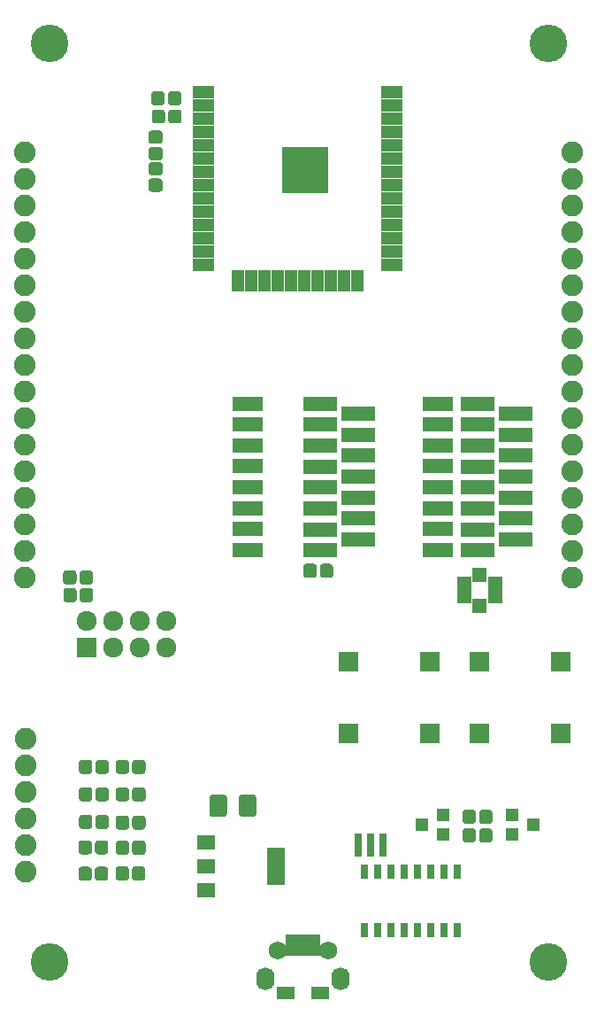
<source format=gbr>
G04 #@! TF.GenerationSoftware,KiCad,Pcbnew,6.0.0-rc1-unknown-15e0771~66~ubuntu18.04.1*
G04 #@! TF.CreationDate,2018-08-13T10:51:08+02:00*
G04 #@! TF.ProjectId,esp32-gateway,65737033322D676174657761792E6B69,rev?*
G04 #@! TF.SameCoordinates,Original*
G04 #@! TF.FileFunction,Soldermask,Top*
G04 #@! TF.FilePolarity,Negative*
%FSLAX46Y46*%
G04 Gerber Fmt 4.6, Leading zero omitted, Abs format (unit mm)*
G04 Created by KiCad (PCBNEW 6.0.0-rc1-unknown-15e0771~66~ubuntu18.04.1) date Mon Aug 13 10:51:08 2018*
%MOMM*%
%LPD*%
G01*
G04 APERTURE LIST*
%ADD10C,0.100000*%
%ADD11C,1.275000*%
%ADD12C,2.082800*%
%ADD13C,1.924000*%
%ADD14R,1.924000X1.924000*%
%ADD15R,1.900000X1.900000*%
%ADD16C,3.600000*%
%ADD17C,1.650000*%
%ADD18R,1.710000X1.330000*%
%ADD19R,1.710000X3.640000*%
%ADD20R,1.700000X1.300000*%
%ADD21R,0.800000X2.000000*%
%ADD22C,1.750000*%
%ADD23O,1.750000X2.200000*%
%ADD24R,1.400000X1.400000*%
%ADD25R,1.450000X2.600000*%
%ADD26R,4.400000X4.400000*%
%ADD27R,2.100000X1.300000*%
%ADD28R,1.300000X2.100000*%
%ADD29R,0.802640X1.402080*%
%ADD30R,3.202940X1.402080*%
%ADD31R,2.900000X1.400000*%
%ADD32R,0.800000X2.300000*%
%ADD33R,1.300000X1.200000*%
G04 APERTURE END LIST*
D10*
G04 #@! TO.C,C1*
G36*
X129142492Y-81546536D02*
X129173434Y-81551126D01*
X129203777Y-81558726D01*
X129233229Y-81569264D01*
X129261507Y-81582639D01*
X129288337Y-81598720D01*
X129313462Y-81617354D01*
X129336639Y-81638361D01*
X129357646Y-81661538D01*
X129376280Y-81686663D01*
X129392361Y-81713493D01*
X129405736Y-81741771D01*
X129416274Y-81771223D01*
X129423874Y-81801566D01*
X129428464Y-81832508D01*
X129429999Y-81863751D01*
X129429999Y-82501251D01*
X129428464Y-82532494D01*
X129423874Y-82563436D01*
X129416274Y-82593779D01*
X129405736Y-82623231D01*
X129392361Y-82651509D01*
X129376280Y-82678339D01*
X129357646Y-82703464D01*
X129336639Y-82726641D01*
X129313462Y-82747648D01*
X129288337Y-82766282D01*
X129261507Y-82782363D01*
X129233229Y-82795738D01*
X129203777Y-82806276D01*
X129173434Y-82813876D01*
X129142492Y-82818466D01*
X129111249Y-82820001D01*
X128398749Y-82820001D01*
X128367506Y-82818466D01*
X128336564Y-82813876D01*
X128306221Y-82806276D01*
X128276769Y-82795738D01*
X128248491Y-82782363D01*
X128221661Y-82766282D01*
X128196536Y-82747648D01*
X128173359Y-82726641D01*
X128152352Y-82703464D01*
X128133718Y-82678339D01*
X128117637Y-82651509D01*
X128104262Y-82623231D01*
X128093724Y-82593779D01*
X128086124Y-82563436D01*
X128081534Y-82532494D01*
X128079999Y-82501251D01*
X128079999Y-81863751D01*
X128081534Y-81832508D01*
X128086124Y-81801566D01*
X128093724Y-81771223D01*
X128104262Y-81741771D01*
X128117637Y-81713493D01*
X128133718Y-81686663D01*
X128152352Y-81661538D01*
X128173359Y-81638361D01*
X128196536Y-81617354D01*
X128221661Y-81598720D01*
X128248491Y-81582639D01*
X128276769Y-81569264D01*
X128306221Y-81558726D01*
X128336564Y-81551126D01*
X128367506Y-81546536D01*
X128398749Y-81545001D01*
X129111249Y-81545001D01*
X129142492Y-81546536D01*
X129142492Y-81546536D01*
G37*
D11*
X128754999Y-82182501D03*
D10*
G36*
X129142492Y-79971536D02*
X129173434Y-79976126D01*
X129203777Y-79983726D01*
X129233229Y-79994264D01*
X129261507Y-80007639D01*
X129288337Y-80023720D01*
X129313462Y-80042354D01*
X129336639Y-80063361D01*
X129357646Y-80086538D01*
X129376280Y-80111663D01*
X129392361Y-80138493D01*
X129405736Y-80166771D01*
X129416274Y-80196223D01*
X129423874Y-80226566D01*
X129428464Y-80257508D01*
X129429999Y-80288751D01*
X129429999Y-80926251D01*
X129428464Y-80957494D01*
X129423874Y-80988436D01*
X129416274Y-81018779D01*
X129405736Y-81048231D01*
X129392361Y-81076509D01*
X129376280Y-81103339D01*
X129357646Y-81128464D01*
X129336639Y-81151641D01*
X129313462Y-81172648D01*
X129288337Y-81191282D01*
X129261507Y-81207363D01*
X129233229Y-81220738D01*
X129203777Y-81231276D01*
X129173434Y-81238876D01*
X129142492Y-81243466D01*
X129111249Y-81245001D01*
X128398749Y-81245001D01*
X128367506Y-81243466D01*
X128336564Y-81238876D01*
X128306221Y-81231276D01*
X128276769Y-81220738D01*
X128248491Y-81207363D01*
X128221661Y-81191282D01*
X128196536Y-81172648D01*
X128173359Y-81151641D01*
X128152352Y-81128464D01*
X128133718Y-81103339D01*
X128117637Y-81076509D01*
X128104262Y-81048231D01*
X128093724Y-81018779D01*
X128086124Y-80988436D01*
X128081534Y-80957494D01*
X128079999Y-80926251D01*
X128079999Y-80288751D01*
X128081534Y-80257508D01*
X128086124Y-80226566D01*
X128093724Y-80196223D01*
X128104262Y-80166771D01*
X128117637Y-80138493D01*
X128133718Y-80111663D01*
X128152352Y-80086538D01*
X128173359Y-80063361D01*
X128196536Y-80042354D01*
X128221661Y-80023720D01*
X128248491Y-80007639D01*
X128276769Y-79994264D01*
X128306221Y-79983726D01*
X128336564Y-79976126D01*
X128367506Y-79971536D01*
X128398749Y-79970001D01*
X129111249Y-79970001D01*
X129142492Y-79971536D01*
X129142492Y-79971536D01*
G37*
D11*
X128754999Y-80607501D03*
G04 #@! TD*
D10*
G04 #@! TO.C,D5*
G36*
X123987493Y-137106535D02*
X124018435Y-137111125D01*
X124048778Y-137118725D01*
X124078230Y-137129263D01*
X124106508Y-137142638D01*
X124133338Y-137158719D01*
X124158463Y-137177353D01*
X124181640Y-137198360D01*
X124202647Y-137221537D01*
X124221281Y-137246662D01*
X124237362Y-137273492D01*
X124250737Y-137301770D01*
X124261275Y-137331222D01*
X124268875Y-137361565D01*
X124273465Y-137392507D01*
X124275000Y-137423750D01*
X124275000Y-138136250D01*
X124273465Y-138167493D01*
X124268875Y-138198435D01*
X124261275Y-138228778D01*
X124250737Y-138258230D01*
X124237362Y-138286508D01*
X124221281Y-138313338D01*
X124202647Y-138338463D01*
X124181640Y-138361640D01*
X124158463Y-138382647D01*
X124133338Y-138401281D01*
X124106508Y-138417362D01*
X124078230Y-138430737D01*
X124048778Y-138441275D01*
X124018435Y-138448875D01*
X123987493Y-138453465D01*
X123956250Y-138455000D01*
X123318750Y-138455000D01*
X123287507Y-138453465D01*
X123256565Y-138448875D01*
X123226222Y-138441275D01*
X123196770Y-138430737D01*
X123168492Y-138417362D01*
X123141662Y-138401281D01*
X123116537Y-138382647D01*
X123093360Y-138361640D01*
X123072353Y-138338463D01*
X123053719Y-138313338D01*
X123037638Y-138286508D01*
X123024263Y-138258230D01*
X123013725Y-138228778D01*
X123006125Y-138198435D01*
X123001535Y-138167493D01*
X123000000Y-138136250D01*
X123000000Y-137423750D01*
X123001535Y-137392507D01*
X123006125Y-137361565D01*
X123013725Y-137331222D01*
X123024263Y-137301770D01*
X123037638Y-137273492D01*
X123053719Y-137246662D01*
X123072353Y-137221537D01*
X123093360Y-137198360D01*
X123116537Y-137177353D01*
X123141662Y-137158719D01*
X123168492Y-137142638D01*
X123196770Y-137129263D01*
X123226222Y-137118725D01*
X123256565Y-137111125D01*
X123287507Y-137106535D01*
X123318750Y-137105000D01*
X123956250Y-137105000D01*
X123987493Y-137106535D01*
X123987493Y-137106535D01*
G37*
D11*
X123637500Y-137780000D03*
D10*
G36*
X122412493Y-137106535D02*
X122443435Y-137111125D01*
X122473778Y-137118725D01*
X122503230Y-137129263D01*
X122531508Y-137142638D01*
X122558338Y-137158719D01*
X122583463Y-137177353D01*
X122606640Y-137198360D01*
X122627647Y-137221537D01*
X122646281Y-137246662D01*
X122662362Y-137273492D01*
X122675737Y-137301770D01*
X122686275Y-137331222D01*
X122693875Y-137361565D01*
X122698465Y-137392507D01*
X122700000Y-137423750D01*
X122700000Y-138136250D01*
X122698465Y-138167493D01*
X122693875Y-138198435D01*
X122686275Y-138228778D01*
X122675737Y-138258230D01*
X122662362Y-138286508D01*
X122646281Y-138313338D01*
X122627647Y-138338463D01*
X122606640Y-138361640D01*
X122583463Y-138382647D01*
X122558338Y-138401281D01*
X122531508Y-138417362D01*
X122503230Y-138430737D01*
X122473778Y-138441275D01*
X122443435Y-138448875D01*
X122412493Y-138453465D01*
X122381250Y-138455000D01*
X121743750Y-138455000D01*
X121712507Y-138453465D01*
X121681565Y-138448875D01*
X121651222Y-138441275D01*
X121621770Y-138430737D01*
X121593492Y-138417362D01*
X121566662Y-138401281D01*
X121541537Y-138382647D01*
X121518360Y-138361640D01*
X121497353Y-138338463D01*
X121478719Y-138313338D01*
X121462638Y-138286508D01*
X121449263Y-138258230D01*
X121438725Y-138228778D01*
X121431125Y-138198435D01*
X121426535Y-138167493D01*
X121425000Y-138136250D01*
X121425000Y-137423750D01*
X121426535Y-137392507D01*
X121431125Y-137361565D01*
X121438725Y-137331222D01*
X121449263Y-137301770D01*
X121462638Y-137273492D01*
X121478719Y-137246662D01*
X121497353Y-137221537D01*
X121518360Y-137198360D01*
X121541537Y-137177353D01*
X121566662Y-137158719D01*
X121593492Y-137142638D01*
X121621770Y-137129263D01*
X121651222Y-137118725D01*
X121681565Y-137111125D01*
X121712507Y-137106535D01*
X121743750Y-137105000D01*
X122381250Y-137105000D01*
X122412493Y-137106535D01*
X122412493Y-137106535D01*
G37*
D11*
X122062500Y-137780000D03*
G04 #@! TD*
D10*
G04 #@! TO.C,R6*
G36*
X127507493Y-137106535D02*
X127538435Y-137111125D01*
X127568778Y-137118725D01*
X127598230Y-137129263D01*
X127626508Y-137142638D01*
X127653338Y-137158719D01*
X127678463Y-137177353D01*
X127701640Y-137198360D01*
X127722647Y-137221537D01*
X127741281Y-137246662D01*
X127757362Y-137273492D01*
X127770737Y-137301770D01*
X127781275Y-137331222D01*
X127788875Y-137361565D01*
X127793465Y-137392507D01*
X127795000Y-137423750D01*
X127795000Y-138136250D01*
X127793465Y-138167493D01*
X127788875Y-138198435D01*
X127781275Y-138228778D01*
X127770737Y-138258230D01*
X127757362Y-138286508D01*
X127741281Y-138313338D01*
X127722647Y-138338463D01*
X127701640Y-138361640D01*
X127678463Y-138382647D01*
X127653338Y-138401281D01*
X127626508Y-138417362D01*
X127598230Y-138430737D01*
X127568778Y-138441275D01*
X127538435Y-138448875D01*
X127507493Y-138453465D01*
X127476250Y-138455000D01*
X126838750Y-138455000D01*
X126807507Y-138453465D01*
X126776565Y-138448875D01*
X126746222Y-138441275D01*
X126716770Y-138430737D01*
X126688492Y-138417362D01*
X126661662Y-138401281D01*
X126636537Y-138382647D01*
X126613360Y-138361640D01*
X126592353Y-138338463D01*
X126573719Y-138313338D01*
X126557638Y-138286508D01*
X126544263Y-138258230D01*
X126533725Y-138228778D01*
X126526125Y-138198435D01*
X126521535Y-138167493D01*
X126520000Y-138136250D01*
X126520000Y-137423750D01*
X126521535Y-137392507D01*
X126526125Y-137361565D01*
X126533725Y-137331222D01*
X126544263Y-137301770D01*
X126557638Y-137273492D01*
X126573719Y-137246662D01*
X126592353Y-137221537D01*
X126613360Y-137198360D01*
X126636537Y-137177353D01*
X126661662Y-137158719D01*
X126688492Y-137142638D01*
X126716770Y-137129263D01*
X126746222Y-137118725D01*
X126776565Y-137111125D01*
X126807507Y-137106535D01*
X126838750Y-137105000D01*
X127476250Y-137105000D01*
X127507493Y-137106535D01*
X127507493Y-137106535D01*
G37*
D11*
X127157500Y-137780000D03*
D10*
G36*
X125932493Y-137106535D02*
X125963435Y-137111125D01*
X125993778Y-137118725D01*
X126023230Y-137129263D01*
X126051508Y-137142638D01*
X126078338Y-137158719D01*
X126103463Y-137177353D01*
X126126640Y-137198360D01*
X126147647Y-137221537D01*
X126166281Y-137246662D01*
X126182362Y-137273492D01*
X126195737Y-137301770D01*
X126206275Y-137331222D01*
X126213875Y-137361565D01*
X126218465Y-137392507D01*
X126220000Y-137423750D01*
X126220000Y-138136250D01*
X126218465Y-138167493D01*
X126213875Y-138198435D01*
X126206275Y-138228778D01*
X126195737Y-138258230D01*
X126182362Y-138286508D01*
X126166281Y-138313338D01*
X126147647Y-138338463D01*
X126126640Y-138361640D01*
X126103463Y-138382647D01*
X126078338Y-138401281D01*
X126051508Y-138417362D01*
X126023230Y-138430737D01*
X125993778Y-138441275D01*
X125963435Y-138448875D01*
X125932493Y-138453465D01*
X125901250Y-138455000D01*
X125263750Y-138455000D01*
X125232507Y-138453465D01*
X125201565Y-138448875D01*
X125171222Y-138441275D01*
X125141770Y-138430737D01*
X125113492Y-138417362D01*
X125086662Y-138401281D01*
X125061537Y-138382647D01*
X125038360Y-138361640D01*
X125017353Y-138338463D01*
X124998719Y-138313338D01*
X124982638Y-138286508D01*
X124969263Y-138258230D01*
X124958725Y-138228778D01*
X124951125Y-138198435D01*
X124946535Y-138167493D01*
X124945000Y-138136250D01*
X124945000Y-137423750D01*
X124946535Y-137392507D01*
X124951125Y-137361565D01*
X124958725Y-137331222D01*
X124969263Y-137301770D01*
X124982638Y-137273492D01*
X124998719Y-137246662D01*
X125017353Y-137221537D01*
X125038360Y-137198360D01*
X125061537Y-137177353D01*
X125086662Y-137158719D01*
X125113492Y-137142638D01*
X125141770Y-137129263D01*
X125171222Y-137118725D01*
X125201565Y-137111125D01*
X125232507Y-137106535D01*
X125263750Y-137105000D01*
X125901250Y-137105000D01*
X125932493Y-137106535D01*
X125932493Y-137106535D01*
G37*
D11*
X125582500Y-137780000D03*
G04 #@! TD*
D10*
G04 #@! TO.C,R1*
G36*
X129142492Y-76961536D02*
X129173434Y-76966126D01*
X129203777Y-76973726D01*
X129233229Y-76984264D01*
X129261507Y-76997639D01*
X129288337Y-77013720D01*
X129313462Y-77032354D01*
X129336639Y-77053361D01*
X129357646Y-77076538D01*
X129376280Y-77101663D01*
X129392361Y-77128493D01*
X129405736Y-77156771D01*
X129416274Y-77186223D01*
X129423874Y-77216566D01*
X129428464Y-77247508D01*
X129429999Y-77278751D01*
X129429999Y-77916251D01*
X129428464Y-77947494D01*
X129423874Y-77978436D01*
X129416274Y-78008779D01*
X129405736Y-78038231D01*
X129392361Y-78066509D01*
X129376280Y-78093339D01*
X129357646Y-78118464D01*
X129336639Y-78141641D01*
X129313462Y-78162648D01*
X129288337Y-78181282D01*
X129261507Y-78197363D01*
X129233229Y-78210738D01*
X129203777Y-78221276D01*
X129173434Y-78228876D01*
X129142492Y-78233466D01*
X129111249Y-78235001D01*
X128398749Y-78235001D01*
X128367506Y-78233466D01*
X128336564Y-78228876D01*
X128306221Y-78221276D01*
X128276769Y-78210738D01*
X128248491Y-78197363D01*
X128221661Y-78181282D01*
X128196536Y-78162648D01*
X128173359Y-78141641D01*
X128152352Y-78118464D01*
X128133718Y-78093339D01*
X128117637Y-78066509D01*
X128104262Y-78038231D01*
X128093724Y-78008779D01*
X128086124Y-77978436D01*
X128081534Y-77947494D01*
X128079999Y-77916251D01*
X128079999Y-77278751D01*
X128081534Y-77247508D01*
X128086124Y-77216566D01*
X128093724Y-77186223D01*
X128104262Y-77156771D01*
X128117637Y-77128493D01*
X128133718Y-77101663D01*
X128152352Y-77076538D01*
X128173359Y-77053361D01*
X128196536Y-77032354D01*
X128221661Y-77013720D01*
X128248491Y-76997639D01*
X128276769Y-76984264D01*
X128306221Y-76973726D01*
X128336564Y-76966126D01*
X128367506Y-76961536D01*
X128398749Y-76960001D01*
X129111249Y-76960001D01*
X129142492Y-76961536D01*
X129142492Y-76961536D01*
G37*
D11*
X128754999Y-77597501D03*
D10*
G36*
X129142492Y-78536536D02*
X129173434Y-78541126D01*
X129203777Y-78548726D01*
X129233229Y-78559264D01*
X129261507Y-78572639D01*
X129288337Y-78588720D01*
X129313462Y-78607354D01*
X129336639Y-78628361D01*
X129357646Y-78651538D01*
X129376280Y-78676663D01*
X129392361Y-78703493D01*
X129405736Y-78731771D01*
X129416274Y-78761223D01*
X129423874Y-78791566D01*
X129428464Y-78822508D01*
X129429999Y-78853751D01*
X129429999Y-79491251D01*
X129428464Y-79522494D01*
X129423874Y-79553436D01*
X129416274Y-79583779D01*
X129405736Y-79613231D01*
X129392361Y-79641509D01*
X129376280Y-79668339D01*
X129357646Y-79693464D01*
X129336639Y-79716641D01*
X129313462Y-79737648D01*
X129288337Y-79756282D01*
X129261507Y-79772363D01*
X129233229Y-79785738D01*
X129203777Y-79796276D01*
X129173434Y-79803876D01*
X129142492Y-79808466D01*
X129111249Y-79810001D01*
X128398749Y-79810001D01*
X128367506Y-79808466D01*
X128336564Y-79803876D01*
X128306221Y-79796276D01*
X128276769Y-79785738D01*
X128248491Y-79772363D01*
X128221661Y-79756282D01*
X128196536Y-79737648D01*
X128173359Y-79716641D01*
X128152352Y-79693464D01*
X128133718Y-79668339D01*
X128117637Y-79641509D01*
X128104262Y-79613231D01*
X128093724Y-79583779D01*
X128086124Y-79553436D01*
X128081534Y-79522494D01*
X128079999Y-79491251D01*
X128079999Y-78853751D01*
X128081534Y-78822508D01*
X128086124Y-78791566D01*
X128093724Y-78761223D01*
X128104262Y-78731771D01*
X128117637Y-78703493D01*
X128133718Y-78676663D01*
X128152352Y-78651538D01*
X128173359Y-78628361D01*
X128196536Y-78607354D01*
X128221661Y-78588720D01*
X128248491Y-78572639D01*
X128276769Y-78559264D01*
X128306221Y-78548726D01*
X128336564Y-78541126D01*
X128367506Y-78536536D01*
X128398749Y-78535001D01*
X129111249Y-78535001D01*
X129142492Y-78536536D01*
X129142492Y-78536536D01*
G37*
D11*
X128754999Y-79172501D03*
G04 #@! TD*
D12*
G04 #@! TO.C,J3*
X116332000Y-147828000D03*
X116332000Y-145288000D03*
X116332000Y-142748000D03*
X116332000Y-140208000D03*
X116332000Y-137668000D03*
X116332000Y-135128000D03*
G04 #@! TD*
D10*
G04 #@! TO.C,C6*
G36*
X145467493Y-118376535D02*
X145498435Y-118381125D01*
X145528778Y-118388725D01*
X145558230Y-118399263D01*
X145586508Y-118412638D01*
X145613338Y-118428719D01*
X145638463Y-118447353D01*
X145661640Y-118468360D01*
X145682647Y-118491537D01*
X145701281Y-118516662D01*
X145717362Y-118543492D01*
X145730737Y-118571770D01*
X145741275Y-118601222D01*
X145748875Y-118631565D01*
X145753465Y-118662507D01*
X145755000Y-118693750D01*
X145755000Y-119406250D01*
X145753465Y-119437493D01*
X145748875Y-119468435D01*
X145741275Y-119498778D01*
X145730737Y-119528230D01*
X145717362Y-119556508D01*
X145701281Y-119583338D01*
X145682647Y-119608463D01*
X145661640Y-119631640D01*
X145638463Y-119652647D01*
X145613338Y-119671281D01*
X145586508Y-119687362D01*
X145558230Y-119700737D01*
X145528778Y-119711275D01*
X145498435Y-119718875D01*
X145467493Y-119723465D01*
X145436250Y-119725000D01*
X144798750Y-119725000D01*
X144767507Y-119723465D01*
X144736565Y-119718875D01*
X144706222Y-119711275D01*
X144676770Y-119700737D01*
X144648492Y-119687362D01*
X144621662Y-119671281D01*
X144596537Y-119652647D01*
X144573360Y-119631640D01*
X144552353Y-119608463D01*
X144533719Y-119583338D01*
X144517638Y-119556508D01*
X144504263Y-119528230D01*
X144493725Y-119498778D01*
X144486125Y-119468435D01*
X144481535Y-119437493D01*
X144480000Y-119406250D01*
X144480000Y-118693750D01*
X144481535Y-118662507D01*
X144486125Y-118631565D01*
X144493725Y-118601222D01*
X144504263Y-118571770D01*
X144517638Y-118543492D01*
X144533719Y-118516662D01*
X144552353Y-118491537D01*
X144573360Y-118468360D01*
X144596537Y-118447353D01*
X144621662Y-118428719D01*
X144648492Y-118412638D01*
X144676770Y-118399263D01*
X144706222Y-118388725D01*
X144736565Y-118381125D01*
X144767507Y-118376535D01*
X144798750Y-118375000D01*
X145436250Y-118375000D01*
X145467493Y-118376535D01*
X145467493Y-118376535D01*
G37*
D11*
X145117500Y-119050000D03*
D10*
G36*
X143892493Y-118376535D02*
X143923435Y-118381125D01*
X143953778Y-118388725D01*
X143983230Y-118399263D01*
X144011508Y-118412638D01*
X144038338Y-118428719D01*
X144063463Y-118447353D01*
X144086640Y-118468360D01*
X144107647Y-118491537D01*
X144126281Y-118516662D01*
X144142362Y-118543492D01*
X144155737Y-118571770D01*
X144166275Y-118601222D01*
X144173875Y-118631565D01*
X144178465Y-118662507D01*
X144180000Y-118693750D01*
X144180000Y-119406250D01*
X144178465Y-119437493D01*
X144173875Y-119468435D01*
X144166275Y-119498778D01*
X144155737Y-119528230D01*
X144142362Y-119556508D01*
X144126281Y-119583338D01*
X144107647Y-119608463D01*
X144086640Y-119631640D01*
X144063463Y-119652647D01*
X144038338Y-119671281D01*
X144011508Y-119687362D01*
X143983230Y-119700737D01*
X143953778Y-119711275D01*
X143923435Y-119718875D01*
X143892493Y-119723465D01*
X143861250Y-119725000D01*
X143223750Y-119725000D01*
X143192507Y-119723465D01*
X143161565Y-119718875D01*
X143131222Y-119711275D01*
X143101770Y-119700737D01*
X143073492Y-119687362D01*
X143046662Y-119671281D01*
X143021537Y-119652647D01*
X142998360Y-119631640D01*
X142977353Y-119608463D01*
X142958719Y-119583338D01*
X142942638Y-119556508D01*
X142929263Y-119528230D01*
X142918725Y-119498778D01*
X142911125Y-119468435D01*
X142906535Y-119437493D01*
X142905000Y-119406250D01*
X142905000Y-118693750D01*
X142906535Y-118662507D01*
X142911125Y-118631565D01*
X142918725Y-118601222D01*
X142929263Y-118571770D01*
X142942638Y-118543492D01*
X142958719Y-118516662D01*
X142977353Y-118491537D01*
X142998360Y-118468360D01*
X143021537Y-118447353D01*
X143046662Y-118428719D01*
X143073492Y-118412638D01*
X143101770Y-118399263D01*
X143131222Y-118388725D01*
X143161565Y-118381125D01*
X143192507Y-118376535D01*
X143223750Y-118375000D01*
X143861250Y-118375000D01*
X143892493Y-118376535D01*
X143892493Y-118376535D01*
G37*
D11*
X143542500Y-119050000D03*
G04 #@! TD*
D10*
G04 #@! TO.C,C4*
G36*
X122487493Y-120686535D02*
X122518435Y-120691125D01*
X122548778Y-120698725D01*
X122578230Y-120709263D01*
X122606508Y-120722638D01*
X122633338Y-120738719D01*
X122658463Y-120757353D01*
X122681640Y-120778360D01*
X122702647Y-120801537D01*
X122721281Y-120826662D01*
X122737362Y-120853492D01*
X122750737Y-120881770D01*
X122761275Y-120911222D01*
X122768875Y-120941565D01*
X122773465Y-120972507D01*
X122775000Y-121003750D01*
X122775000Y-121716250D01*
X122773465Y-121747493D01*
X122768875Y-121778435D01*
X122761275Y-121808778D01*
X122750737Y-121838230D01*
X122737362Y-121866508D01*
X122721281Y-121893338D01*
X122702647Y-121918463D01*
X122681640Y-121941640D01*
X122658463Y-121962647D01*
X122633338Y-121981281D01*
X122606508Y-121997362D01*
X122578230Y-122010737D01*
X122548778Y-122021275D01*
X122518435Y-122028875D01*
X122487493Y-122033465D01*
X122456250Y-122035000D01*
X121818750Y-122035000D01*
X121787507Y-122033465D01*
X121756565Y-122028875D01*
X121726222Y-122021275D01*
X121696770Y-122010737D01*
X121668492Y-121997362D01*
X121641662Y-121981281D01*
X121616537Y-121962647D01*
X121593360Y-121941640D01*
X121572353Y-121918463D01*
X121553719Y-121893338D01*
X121537638Y-121866508D01*
X121524263Y-121838230D01*
X121513725Y-121808778D01*
X121506125Y-121778435D01*
X121501535Y-121747493D01*
X121500000Y-121716250D01*
X121500000Y-121003750D01*
X121501535Y-120972507D01*
X121506125Y-120941565D01*
X121513725Y-120911222D01*
X121524263Y-120881770D01*
X121537638Y-120853492D01*
X121553719Y-120826662D01*
X121572353Y-120801537D01*
X121593360Y-120778360D01*
X121616537Y-120757353D01*
X121641662Y-120738719D01*
X121668492Y-120722638D01*
X121696770Y-120709263D01*
X121726222Y-120698725D01*
X121756565Y-120691125D01*
X121787507Y-120686535D01*
X121818750Y-120685000D01*
X122456250Y-120685000D01*
X122487493Y-120686535D01*
X122487493Y-120686535D01*
G37*
D11*
X122137500Y-121360000D03*
D10*
G36*
X120912493Y-120686535D02*
X120943435Y-120691125D01*
X120973778Y-120698725D01*
X121003230Y-120709263D01*
X121031508Y-120722638D01*
X121058338Y-120738719D01*
X121083463Y-120757353D01*
X121106640Y-120778360D01*
X121127647Y-120801537D01*
X121146281Y-120826662D01*
X121162362Y-120853492D01*
X121175737Y-120881770D01*
X121186275Y-120911222D01*
X121193875Y-120941565D01*
X121198465Y-120972507D01*
X121200000Y-121003750D01*
X121200000Y-121716250D01*
X121198465Y-121747493D01*
X121193875Y-121778435D01*
X121186275Y-121808778D01*
X121175737Y-121838230D01*
X121162362Y-121866508D01*
X121146281Y-121893338D01*
X121127647Y-121918463D01*
X121106640Y-121941640D01*
X121083463Y-121962647D01*
X121058338Y-121981281D01*
X121031508Y-121997362D01*
X121003230Y-122010737D01*
X120973778Y-122021275D01*
X120943435Y-122028875D01*
X120912493Y-122033465D01*
X120881250Y-122035000D01*
X120243750Y-122035000D01*
X120212507Y-122033465D01*
X120181565Y-122028875D01*
X120151222Y-122021275D01*
X120121770Y-122010737D01*
X120093492Y-121997362D01*
X120066662Y-121981281D01*
X120041537Y-121962647D01*
X120018360Y-121941640D01*
X119997353Y-121918463D01*
X119978719Y-121893338D01*
X119962638Y-121866508D01*
X119949263Y-121838230D01*
X119938725Y-121808778D01*
X119931125Y-121778435D01*
X119926535Y-121747493D01*
X119925000Y-121716250D01*
X119925000Y-121003750D01*
X119926535Y-120972507D01*
X119931125Y-120941565D01*
X119938725Y-120911222D01*
X119949263Y-120881770D01*
X119962638Y-120853492D01*
X119978719Y-120826662D01*
X119997353Y-120801537D01*
X120018360Y-120778360D01*
X120041537Y-120757353D01*
X120066662Y-120738719D01*
X120093492Y-120722638D01*
X120121770Y-120709263D01*
X120151222Y-120698725D01*
X120181565Y-120691125D01*
X120212507Y-120686535D01*
X120243750Y-120685000D01*
X120881250Y-120685000D01*
X120912493Y-120686535D01*
X120912493Y-120686535D01*
G37*
D11*
X120562500Y-121360000D03*
G04 #@! TD*
D10*
G04 #@! TO.C,C5*
G36*
X120902493Y-118996535D02*
X120933435Y-119001125D01*
X120963778Y-119008725D01*
X120993230Y-119019263D01*
X121021508Y-119032638D01*
X121048338Y-119048719D01*
X121073463Y-119067353D01*
X121096640Y-119088360D01*
X121117647Y-119111537D01*
X121136281Y-119136662D01*
X121152362Y-119163492D01*
X121165737Y-119191770D01*
X121176275Y-119221222D01*
X121183875Y-119251565D01*
X121188465Y-119282507D01*
X121190000Y-119313750D01*
X121190000Y-120026250D01*
X121188465Y-120057493D01*
X121183875Y-120088435D01*
X121176275Y-120118778D01*
X121165737Y-120148230D01*
X121152362Y-120176508D01*
X121136281Y-120203338D01*
X121117647Y-120228463D01*
X121096640Y-120251640D01*
X121073463Y-120272647D01*
X121048338Y-120291281D01*
X121021508Y-120307362D01*
X120993230Y-120320737D01*
X120963778Y-120331275D01*
X120933435Y-120338875D01*
X120902493Y-120343465D01*
X120871250Y-120345000D01*
X120233750Y-120345000D01*
X120202507Y-120343465D01*
X120171565Y-120338875D01*
X120141222Y-120331275D01*
X120111770Y-120320737D01*
X120083492Y-120307362D01*
X120056662Y-120291281D01*
X120031537Y-120272647D01*
X120008360Y-120251640D01*
X119987353Y-120228463D01*
X119968719Y-120203338D01*
X119952638Y-120176508D01*
X119939263Y-120148230D01*
X119928725Y-120118778D01*
X119921125Y-120088435D01*
X119916535Y-120057493D01*
X119915000Y-120026250D01*
X119915000Y-119313750D01*
X119916535Y-119282507D01*
X119921125Y-119251565D01*
X119928725Y-119221222D01*
X119939263Y-119191770D01*
X119952638Y-119163492D01*
X119968719Y-119136662D01*
X119987353Y-119111537D01*
X120008360Y-119088360D01*
X120031537Y-119067353D01*
X120056662Y-119048719D01*
X120083492Y-119032638D01*
X120111770Y-119019263D01*
X120141222Y-119008725D01*
X120171565Y-119001125D01*
X120202507Y-118996535D01*
X120233750Y-118995000D01*
X120871250Y-118995000D01*
X120902493Y-118996535D01*
X120902493Y-118996535D01*
G37*
D11*
X120552500Y-119670000D03*
D10*
G36*
X122477493Y-118996535D02*
X122508435Y-119001125D01*
X122538778Y-119008725D01*
X122568230Y-119019263D01*
X122596508Y-119032638D01*
X122623338Y-119048719D01*
X122648463Y-119067353D01*
X122671640Y-119088360D01*
X122692647Y-119111537D01*
X122711281Y-119136662D01*
X122727362Y-119163492D01*
X122740737Y-119191770D01*
X122751275Y-119221222D01*
X122758875Y-119251565D01*
X122763465Y-119282507D01*
X122765000Y-119313750D01*
X122765000Y-120026250D01*
X122763465Y-120057493D01*
X122758875Y-120088435D01*
X122751275Y-120118778D01*
X122740737Y-120148230D01*
X122727362Y-120176508D01*
X122711281Y-120203338D01*
X122692647Y-120228463D01*
X122671640Y-120251640D01*
X122648463Y-120272647D01*
X122623338Y-120291281D01*
X122596508Y-120307362D01*
X122568230Y-120320737D01*
X122538778Y-120331275D01*
X122508435Y-120338875D01*
X122477493Y-120343465D01*
X122446250Y-120345000D01*
X121808750Y-120345000D01*
X121777507Y-120343465D01*
X121746565Y-120338875D01*
X121716222Y-120331275D01*
X121686770Y-120320737D01*
X121658492Y-120307362D01*
X121631662Y-120291281D01*
X121606537Y-120272647D01*
X121583360Y-120251640D01*
X121562353Y-120228463D01*
X121543719Y-120203338D01*
X121527638Y-120176508D01*
X121514263Y-120148230D01*
X121503725Y-120118778D01*
X121496125Y-120088435D01*
X121491535Y-120057493D01*
X121490000Y-120026250D01*
X121490000Y-119313750D01*
X121491535Y-119282507D01*
X121496125Y-119251565D01*
X121503725Y-119221222D01*
X121514263Y-119191770D01*
X121527638Y-119163492D01*
X121543719Y-119136662D01*
X121562353Y-119111537D01*
X121583360Y-119088360D01*
X121606537Y-119067353D01*
X121631662Y-119048719D01*
X121658492Y-119032638D01*
X121686770Y-119019263D01*
X121716222Y-119008725D01*
X121746565Y-119001125D01*
X121777507Y-118996535D01*
X121808750Y-118995000D01*
X122446250Y-118995000D01*
X122477493Y-118996535D01*
X122477493Y-118996535D01*
G37*
D11*
X122127500Y-119670000D03*
G04 #@! TD*
D13*
G04 #@! TO.C,U2*
X129770000Y-123800000D03*
X129770000Y-126340000D03*
X127230000Y-123800000D03*
X127230000Y-126340000D03*
X124690000Y-123800000D03*
X124690000Y-126340000D03*
X122150000Y-123800000D03*
D14*
X122150000Y-126340000D03*
G04 #@! TD*
D15*
G04 #@! TO.C,SW2*
X155000000Y-134618000D03*
X147200000Y-134618000D03*
G04 #@! TD*
G04 #@! TO.C,SW3*
X159746000Y-134618000D03*
X167546000Y-134618000D03*
G04 #@! TD*
D12*
G04 #@! TO.C,J5*
X168656000Y-79024000D03*
X168656000Y-81564000D03*
X168656000Y-84104000D03*
X168656000Y-86644000D03*
X168656000Y-89184000D03*
X168656000Y-91724000D03*
X168656000Y-94264000D03*
X168656000Y-96804000D03*
X168656000Y-99344000D03*
X168656000Y-101884000D03*
X168656000Y-104424000D03*
X168656000Y-106964000D03*
X168656000Y-109504000D03*
X168656000Y-112044000D03*
X168656000Y-114584000D03*
X168656000Y-117124000D03*
X168656000Y-119664000D03*
G04 #@! TD*
G04 #@! TO.C,J4*
X116270000Y-79030000D03*
X116270000Y-81570000D03*
X116270000Y-84110000D03*
X116270000Y-86650000D03*
X116270000Y-89190000D03*
X116270000Y-91730000D03*
X116270000Y-94270000D03*
X116270000Y-96810000D03*
X116270000Y-99350000D03*
X116270000Y-101890000D03*
X116270000Y-104430000D03*
X116270000Y-106970000D03*
X116270000Y-109510000D03*
X116270000Y-112050000D03*
X116270000Y-114590000D03*
X116270000Y-117130000D03*
X116270000Y-119670000D03*
G04 #@! TD*
D16*
G04 #@! TO.C,MK3*
X166400000Y-68610000D03*
G04 #@! TD*
G04 #@! TO.C,MK2*
X166400000Y-156400000D03*
G04 #@! TD*
G04 #@! TO.C,MK1*
X118600000Y-68610000D03*
G04 #@! TD*
G04 #@! TO.C,MK4*
X118600000Y-156400000D03*
G04 #@! TD*
D10*
G04 #@! TO.C,D1*
G36*
X122372968Y-147330195D02*
X122403910Y-147334785D01*
X122434253Y-147342385D01*
X122463705Y-147352923D01*
X122491983Y-147366298D01*
X122518813Y-147382379D01*
X122543938Y-147401013D01*
X122567115Y-147422020D01*
X122588122Y-147445197D01*
X122606756Y-147470322D01*
X122622837Y-147497152D01*
X122636212Y-147525430D01*
X122646750Y-147554882D01*
X122654350Y-147585225D01*
X122658940Y-147616167D01*
X122660475Y-147647410D01*
X122660475Y-148359910D01*
X122658940Y-148391153D01*
X122654350Y-148422095D01*
X122646750Y-148452438D01*
X122636212Y-148481890D01*
X122622837Y-148510168D01*
X122606756Y-148536998D01*
X122588122Y-148562123D01*
X122567115Y-148585300D01*
X122543938Y-148606307D01*
X122518813Y-148624941D01*
X122491983Y-148641022D01*
X122463705Y-148654397D01*
X122434253Y-148664935D01*
X122403910Y-148672535D01*
X122372968Y-148677125D01*
X122341725Y-148678660D01*
X121704225Y-148678660D01*
X121672982Y-148677125D01*
X121642040Y-148672535D01*
X121611697Y-148664935D01*
X121582245Y-148654397D01*
X121553967Y-148641022D01*
X121527137Y-148624941D01*
X121502012Y-148606307D01*
X121478835Y-148585300D01*
X121457828Y-148562123D01*
X121439194Y-148536998D01*
X121423113Y-148510168D01*
X121409738Y-148481890D01*
X121399200Y-148452438D01*
X121391600Y-148422095D01*
X121387010Y-148391153D01*
X121385475Y-148359910D01*
X121385475Y-147647410D01*
X121387010Y-147616167D01*
X121391600Y-147585225D01*
X121399200Y-147554882D01*
X121409738Y-147525430D01*
X121423113Y-147497152D01*
X121439194Y-147470322D01*
X121457828Y-147445197D01*
X121478835Y-147422020D01*
X121502012Y-147401013D01*
X121527137Y-147382379D01*
X121553967Y-147366298D01*
X121582245Y-147352923D01*
X121611697Y-147342385D01*
X121642040Y-147334785D01*
X121672982Y-147330195D01*
X121704225Y-147328660D01*
X122341725Y-147328660D01*
X122372968Y-147330195D01*
X122372968Y-147330195D01*
G37*
D11*
X122022975Y-148003660D03*
D10*
G36*
X123947968Y-147330195D02*
X123978910Y-147334785D01*
X124009253Y-147342385D01*
X124038705Y-147352923D01*
X124066983Y-147366298D01*
X124093813Y-147382379D01*
X124118938Y-147401013D01*
X124142115Y-147422020D01*
X124163122Y-147445197D01*
X124181756Y-147470322D01*
X124197837Y-147497152D01*
X124211212Y-147525430D01*
X124221750Y-147554882D01*
X124229350Y-147585225D01*
X124233940Y-147616167D01*
X124235475Y-147647410D01*
X124235475Y-148359910D01*
X124233940Y-148391153D01*
X124229350Y-148422095D01*
X124221750Y-148452438D01*
X124211212Y-148481890D01*
X124197837Y-148510168D01*
X124181756Y-148536998D01*
X124163122Y-148562123D01*
X124142115Y-148585300D01*
X124118938Y-148606307D01*
X124093813Y-148624941D01*
X124066983Y-148641022D01*
X124038705Y-148654397D01*
X124009253Y-148664935D01*
X123978910Y-148672535D01*
X123947968Y-148677125D01*
X123916725Y-148678660D01*
X123279225Y-148678660D01*
X123247982Y-148677125D01*
X123217040Y-148672535D01*
X123186697Y-148664935D01*
X123157245Y-148654397D01*
X123128967Y-148641022D01*
X123102137Y-148624941D01*
X123077012Y-148606307D01*
X123053835Y-148585300D01*
X123032828Y-148562123D01*
X123014194Y-148536998D01*
X122998113Y-148510168D01*
X122984738Y-148481890D01*
X122974200Y-148452438D01*
X122966600Y-148422095D01*
X122962010Y-148391153D01*
X122960475Y-148359910D01*
X122960475Y-147647410D01*
X122962010Y-147616167D01*
X122966600Y-147585225D01*
X122974200Y-147554882D01*
X122984738Y-147525430D01*
X122998113Y-147497152D01*
X123014194Y-147470322D01*
X123032828Y-147445197D01*
X123053835Y-147422020D01*
X123077012Y-147401013D01*
X123102137Y-147382379D01*
X123128967Y-147366298D01*
X123157245Y-147352923D01*
X123186697Y-147342385D01*
X123217040Y-147334785D01*
X123247982Y-147330195D01*
X123279225Y-147328660D01*
X123916725Y-147328660D01*
X123947968Y-147330195D01*
X123947968Y-147330195D01*
G37*
D11*
X123597975Y-148003660D03*
G04 #@! TD*
D10*
G04 #@! TO.C,D2*
G36*
X123947968Y-144800195D02*
X123978910Y-144804785D01*
X124009253Y-144812385D01*
X124038705Y-144822923D01*
X124066983Y-144836298D01*
X124093813Y-144852379D01*
X124118938Y-144871013D01*
X124142115Y-144892020D01*
X124163122Y-144915197D01*
X124181756Y-144940322D01*
X124197837Y-144967152D01*
X124211212Y-144995430D01*
X124221750Y-145024882D01*
X124229350Y-145055225D01*
X124233940Y-145086167D01*
X124235475Y-145117410D01*
X124235475Y-145829910D01*
X124233940Y-145861153D01*
X124229350Y-145892095D01*
X124221750Y-145922438D01*
X124211212Y-145951890D01*
X124197837Y-145980168D01*
X124181756Y-146006998D01*
X124163122Y-146032123D01*
X124142115Y-146055300D01*
X124118938Y-146076307D01*
X124093813Y-146094941D01*
X124066983Y-146111022D01*
X124038705Y-146124397D01*
X124009253Y-146134935D01*
X123978910Y-146142535D01*
X123947968Y-146147125D01*
X123916725Y-146148660D01*
X123279225Y-146148660D01*
X123247982Y-146147125D01*
X123217040Y-146142535D01*
X123186697Y-146134935D01*
X123157245Y-146124397D01*
X123128967Y-146111022D01*
X123102137Y-146094941D01*
X123077012Y-146076307D01*
X123053835Y-146055300D01*
X123032828Y-146032123D01*
X123014194Y-146006998D01*
X122998113Y-145980168D01*
X122984738Y-145951890D01*
X122974200Y-145922438D01*
X122966600Y-145892095D01*
X122962010Y-145861153D01*
X122960475Y-145829910D01*
X122960475Y-145117410D01*
X122962010Y-145086167D01*
X122966600Y-145055225D01*
X122974200Y-145024882D01*
X122984738Y-144995430D01*
X122998113Y-144967152D01*
X123014194Y-144940322D01*
X123032828Y-144915197D01*
X123053835Y-144892020D01*
X123077012Y-144871013D01*
X123102137Y-144852379D01*
X123128967Y-144836298D01*
X123157245Y-144822923D01*
X123186697Y-144812385D01*
X123217040Y-144804785D01*
X123247982Y-144800195D01*
X123279225Y-144798660D01*
X123916725Y-144798660D01*
X123947968Y-144800195D01*
X123947968Y-144800195D01*
G37*
D11*
X123597975Y-145473660D03*
D10*
G36*
X122372968Y-144800195D02*
X122403910Y-144804785D01*
X122434253Y-144812385D01*
X122463705Y-144822923D01*
X122491983Y-144836298D01*
X122518813Y-144852379D01*
X122543938Y-144871013D01*
X122567115Y-144892020D01*
X122588122Y-144915197D01*
X122606756Y-144940322D01*
X122622837Y-144967152D01*
X122636212Y-144995430D01*
X122646750Y-145024882D01*
X122654350Y-145055225D01*
X122658940Y-145086167D01*
X122660475Y-145117410D01*
X122660475Y-145829910D01*
X122658940Y-145861153D01*
X122654350Y-145892095D01*
X122646750Y-145922438D01*
X122636212Y-145951890D01*
X122622837Y-145980168D01*
X122606756Y-146006998D01*
X122588122Y-146032123D01*
X122567115Y-146055300D01*
X122543938Y-146076307D01*
X122518813Y-146094941D01*
X122491983Y-146111022D01*
X122463705Y-146124397D01*
X122434253Y-146134935D01*
X122403910Y-146142535D01*
X122372968Y-146147125D01*
X122341725Y-146148660D01*
X121704225Y-146148660D01*
X121672982Y-146147125D01*
X121642040Y-146142535D01*
X121611697Y-146134935D01*
X121582245Y-146124397D01*
X121553967Y-146111022D01*
X121527137Y-146094941D01*
X121502012Y-146076307D01*
X121478835Y-146055300D01*
X121457828Y-146032123D01*
X121439194Y-146006998D01*
X121423113Y-145980168D01*
X121409738Y-145951890D01*
X121399200Y-145922438D01*
X121391600Y-145892095D01*
X121387010Y-145861153D01*
X121385475Y-145829910D01*
X121385475Y-145117410D01*
X121387010Y-145086167D01*
X121391600Y-145055225D01*
X121399200Y-145024882D01*
X121409738Y-144995430D01*
X121423113Y-144967152D01*
X121439194Y-144940322D01*
X121457828Y-144915197D01*
X121478835Y-144892020D01*
X121502012Y-144871013D01*
X121527137Y-144852379D01*
X121553967Y-144836298D01*
X121582245Y-144822923D01*
X121611697Y-144812385D01*
X121642040Y-144804785D01*
X121672982Y-144800195D01*
X121704225Y-144798660D01*
X122341725Y-144798660D01*
X122372968Y-144800195D01*
X122372968Y-144800195D01*
G37*
D11*
X122022975Y-145473660D03*
G04 #@! TD*
D10*
G04 #@! TO.C,D3*
G36*
X122422968Y-142360195D02*
X122453910Y-142364785D01*
X122484253Y-142372385D01*
X122513705Y-142382923D01*
X122541983Y-142396298D01*
X122568813Y-142412379D01*
X122593938Y-142431013D01*
X122617115Y-142452020D01*
X122638122Y-142475197D01*
X122656756Y-142500322D01*
X122672837Y-142527152D01*
X122686212Y-142555430D01*
X122696750Y-142584882D01*
X122704350Y-142615225D01*
X122708940Y-142646167D01*
X122710475Y-142677410D01*
X122710475Y-143389910D01*
X122708940Y-143421153D01*
X122704350Y-143452095D01*
X122696750Y-143482438D01*
X122686212Y-143511890D01*
X122672837Y-143540168D01*
X122656756Y-143566998D01*
X122638122Y-143592123D01*
X122617115Y-143615300D01*
X122593938Y-143636307D01*
X122568813Y-143654941D01*
X122541983Y-143671022D01*
X122513705Y-143684397D01*
X122484253Y-143694935D01*
X122453910Y-143702535D01*
X122422968Y-143707125D01*
X122391725Y-143708660D01*
X121754225Y-143708660D01*
X121722982Y-143707125D01*
X121692040Y-143702535D01*
X121661697Y-143694935D01*
X121632245Y-143684397D01*
X121603967Y-143671022D01*
X121577137Y-143654941D01*
X121552012Y-143636307D01*
X121528835Y-143615300D01*
X121507828Y-143592123D01*
X121489194Y-143566998D01*
X121473113Y-143540168D01*
X121459738Y-143511890D01*
X121449200Y-143482438D01*
X121441600Y-143452095D01*
X121437010Y-143421153D01*
X121435475Y-143389910D01*
X121435475Y-142677410D01*
X121437010Y-142646167D01*
X121441600Y-142615225D01*
X121449200Y-142584882D01*
X121459738Y-142555430D01*
X121473113Y-142527152D01*
X121489194Y-142500322D01*
X121507828Y-142475197D01*
X121528835Y-142452020D01*
X121552012Y-142431013D01*
X121577137Y-142412379D01*
X121603967Y-142396298D01*
X121632245Y-142382923D01*
X121661697Y-142372385D01*
X121692040Y-142364785D01*
X121722982Y-142360195D01*
X121754225Y-142358660D01*
X122391725Y-142358660D01*
X122422968Y-142360195D01*
X122422968Y-142360195D01*
G37*
D11*
X122072975Y-143033660D03*
D10*
G36*
X123997968Y-142360195D02*
X124028910Y-142364785D01*
X124059253Y-142372385D01*
X124088705Y-142382923D01*
X124116983Y-142396298D01*
X124143813Y-142412379D01*
X124168938Y-142431013D01*
X124192115Y-142452020D01*
X124213122Y-142475197D01*
X124231756Y-142500322D01*
X124247837Y-142527152D01*
X124261212Y-142555430D01*
X124271750Y-142584882D01*
X124279350Y-142615225D01*
X124283940Y-142646167D01*
X124285475Y-142677410D01*
X124285475Y-143389910D01*
X124283940Y-143421153D01*
X124279350Y-143452095D01*
X124271750Y-143482438D01*
X124261212Y-143511890D01*
X124247837Y-143540168D01*
X124231756Y-143566998D01*
X124213122Y-143592123D01*
X124192115Y-143615300D01*
X124168938Y-143636307D01*
X124143813Y-143654941D01*
X124116983Y-143671022D01*
X124088705Y-143684397D01*
X124059253Y-143694935D01*
X124028910Y-143702535D01*
X123997968Y-143707125D01*
X123966725Y-143708660D01*
X123329225Y-143708660D01*
X123297982Y-143707125D01*
X123267040Y-143702535D01*
X123236697Y-143694935D01*
X123207245Y-143684397D01*
X123178967Y-143671022D01*
X123152137Y-143654941D01*
X123127012Y-143636307D01*
X123103835Y-143615300D01*
X123082828Y-143592123D01*
X123064194Y-143566998D01*
X123048113Y-143540168D01*
X123034738Y-143511890D01*
X123024200Y-143482438D01*
X123016600Y-143452095D01*
X123012010Y-143421153D01*
X123010475Y-143389910D01*
X123010475Y-142677410D01*
X123012010Y-142646167D01*
X123016600Y-142615225D01*
X123024200Y-142584882D01*
X123034738Y-142555430D01*
X123048113Y-142527152D01*
X123064194Y-142500322D01*
X123082828Y-142475197D01*
X123103835Y-142452020D01*
X123127012Y-142431013D01*
X123152137Y-142412379D01*
X123178967Y-142396298D01*
X123207245Y-142382923D01*
X123236697Y-142372385D01*
X123267040Y-142364785D01*
X123297982Y-142360195D01*
X123329225Y-142358660D01*
X123966725Y-142358660D01*
X123997968Y-142360195D01*
X123997968Y-142360195D01*
G37*
D11*
X123647975Y-143033660D03*
G04 #@! TD*
D10*
G04 #@! TO.C,D4*
G36*
X123987968Y-139730195D02*
X124018910Y-139734785D01*
X124049253Y-139742385D01*
X124078705Y-139752923D01*
X124106983Y-139766298D01*
X124133813Y-139782379D01*
X124158938Y-139801013D01*
X124182115Y-139822020D01*
X124203122Y-139845197D01*
X124221756Y-139870322D01*
X124237837Y-139897152D01*
X124251212Y-139925430D01*
X124261750Y-139954882D01*
X124269350Y-139985225D01*
X124273940Y-140016167D01*
X124275475Y-140047410D01*
X124275475Y-140759910D01*
X124273940Y-140791153D01*
X124269350Y-140822095D01*
X124261750Y-140852438D01*
X124251212Y-140881890D01*
X124237837Y-140910168D01*
X124221756Y-140936998D01*
X124203122Y-140962123D01*
X124182115Y-140985300D01*
X124158938Y-141006307D01*
X124133813Y-141024941D01*
X124106983Y-141041022D01*
X124078705Y-141054397D01*
X124049253Y-141064935D01*
X124018910Y-141072535D01*
X123987968Y-141077125D01*
X123956725Y-141078660D01*
X123319225Y-141078660D01*
X123287982Y-141077125D01*
X123257040Y-141072535D01*
X123226697Y-141064935D01*
X123197245Y-141054397D01*
X123168967Y-141041022D01*
X123142137Y-141024941D01*
X123117012Y-141006307D01*
X123093835Y-140985300D01*
X123072828Y-140962123D01*
X123054194Y-140936998D01*
X123038113Y-140910168D01*
X123024738Y-140881890D01*
X123014200Y-140852438D01*
X123006600Y-140822095D01*
X123002010Y-140791153D01*
X123000475Y-140759910D01*
X123000475Y-140047410D01*
X123002010Y-140016167D01*
X123006600Y-139985225D01*
X123014200Y-139954882D01*
X123024738Y-139925430D01*
X123038113Y-139897152D01*
X123054194Y-139870322D01*
X123072828Y-139845197D01*
X123093835Y-139822020D01*
X123117012Y-139801013D01*
X123142137Y-139782379D01*
X123168967Y-139766298D01*
X123197245Y-139752923D01*
X123226697Y-139742385D01*
X123257040Y-139734785D01*
X123287982Y-139730195D01*
X123319225Y-139728660D01*
X123956725Y-139728660D01*
X123987968Y-139730195D01*
X123987968Y-139730195D01*
G37*
D11*
X123637975Y-140403660D03*
D10*
G36*
X122412968Y-139730195D02*
X122443910Y-139734785D01*
X122474253Y-139742385D01*
X122503705Y-139752923D01*
X122531983Y-139766298D01*
X122558813Y-139782379D01*
X122583938Y-139801013D01*
X122607115Y-139822020D01*
X122628122Y-139845197D01*
X122646756Y-139870322D01*
X122662837Y-139897152D01*
X122676212Y-139925430D01*
X122686750Y-139954882D01*
X122694350Y-139985225D01*
X122698940Y-140016167D01*
X122700475Y-140047410D01*
X122700475Y-140759910D01*
X122698940Y-140791153D01*
X122694350Y-140822095D01*
X122686750Y-140852438D01*
X122676212Y-140881890D01*
X122662837Y-140910168D01*
X122646756Y-140936998D01*
X122628122Y-140962123D01*
X122607115Y-140985300D01*
X122583938Y-141006307D01*
X122558813Y-141024941D01*
X122531983Y-141041022D01*
X122503705Y-141054397D01*
X122474253Y-141064935D01*
X122443910Y-141072535D01*
X122412968Y-141077125D01*
X122381725Y-141078660D01*
X121744225Y-141078660D01*
X121712982Y-141077125D01*
X121682040Y-141072535D01*
X121651697Y-141064935D01*
X121622245Y-141054397D01*
X121593967Y-141041022D01*
X121567137Y-141024941D01*
X121542012Y-141006307D01*
X121518835Y-140985300D01*
X121497828Y-140962123D01*
X121479194Y-140936998D01*
X121463113Y-140910168D01*
X121449738Y-140881890D01*
X121439200Y-140852438D01*
X121431600Y-140822095D01*
X121427010Y-140791153D01*
X121425475Y-140759910D01*
X121425475Y-140047410D01*
X121427010Y-140016167D01*
X121431600Y-139985225D01*
X121439200Y-139954882D01*
X121449738Y-139925430D01*
X121463113Y-139897152D01*
X121479194Y-139870322D01*
X121497828Y-139845197D01*
X121518835Y-139822020D01*
X121542012Y-139801013D01*
X121567137Y-139782379D01*
X121593967Y-139766298D01*
X121622245Y-139752923D01*
X121651697Y-139742385D01*
X121682040Y-139734785D01*
X121712982Y-139730195D01*
X121744225Y-139728660D01*
X122381725Y-139728660D01*
X122412968Y-139730195D01*
X122412968Y-139730195D01*
G37*
D11*
X122062975Y-140403660D03*
G04 #@! TD*
D10*
G04 #@! TO.C,R2*
G36*
X127487968Y-147290195D02*
X127518910Y-147294785D01*
X127549253Y-147302385D01*
X127578705Y-147312923D01*
X127606983Y-147326298D01*
X127633813Y-147342379D01*
X127658938Y-147361013D01*
X127682115Y-147382020D01*
X127703122Y-147405197D01*
X127721756Y-147430322D01*
X127737837Y-147457152D01*
X127751212Y-147485430D01*
X127761750Y-147514882D01*
X127769350Y-147545225D01*
X127773940Y-147576167D01*
X127775475Y-147607410D01*
X127775475Y-148319910D01*
X127773940Y-148351153D01*
X127769350Y-148382095D01*
X127761750Y-148412438D01*
X127751212Y-148441890D01*
X127737837Y-148470168D01*
X127721756Y-148496998D01*
X127703122Y-148522123D01*
X127682115Y-148545300D01*
X127658938Y-148566307D01*
X127633813Y-148584941D01*
X127606983Y-148601022D01*
X127578705Y-148614397D01*
X127549253Y-148624935D01*
X127518910Y-148632535D01*
X127487968Y-148637125D01*
X127456725Y-148638660D01*
X126819225Y-148638660D01*
X126787982Y-148637125D01*
X126757040Y-148632535D01*
X126726697Y-148624935D01*
X126697245Y-148614397D01*
X126668967Y-148601022D01*
X126642137Y-148584941D01*
X126617012Y-148566307D01*
X126593835Y-148545300D01*
X126572828Y-148522123D01*
X126554194Y-148496998D01*
X126538113Y-148470168D01*
X126524738Y-148441890D01*
X126514200Y-148412438D01*
X126506600Y-148382095D01*
X126502010Y-148351153D01*
X126500475Y-148319910D01*
X126500475Y-147607410D01*
X126502010Y-147576167D01*
X126506600Y-147545225D01*
X126514200Y-147514882D01*
X126524738Y-147485430D01*
X126538113Y-147457152D01*
X126554194Y-147430322D01*
X126572828Y-147405197D01*
X126593835Y-147382020D01*
X126617012Y-147361013D01*
X126642137Y-147342379D01*
X126668967Y-147326298D01*
X126697245Y-147312923D01*
X126726697Y-147302385D01*
X126757040Y-147294785D01*
X126787982Y-147290195D01*
X126819225Y-147288660D01*
X127456725Y-147288660D01*
X127487968Y-147290195D01*
X127487968Y-147290195D01*
G37*
D11*
X127137975Y-147963660D03*
D10*
G36*
X125912968Y-147290195D02*
X125943910Y-147294785D01*
X125974253Y-147302385D01*
X126003705Y-147312923D01*
X126031983Y-147326298D01*
X126058813Y-147342379D01*
X126083938Y-147361013D01*
X126107115Y-147382020D01*
X126128122Y-147405197D01*
X126146756Y-147430322D01*
X126162837Y-147457152D01*
X126176212Y-147485430D01*
X126186750Y-147514882D01*
X126194350Y-147545225D01*
X126198940Y-147576167D01*
X126200475Y-147607410D01*
X126200475Y-148319910D01*
X126198940Y-148351153D01*
X126194350Y-148382095D01*
X126186750Y-148412438D01*
X126176212Y-148441890D01*
X126162837Y-148470168D01*
X126146756Y-148496998D01*
X126128122Y-148522123D01*
X126107115Y-148545300D01*
X126083938Y-148566307D01*
X126058813Y-148584941D01*
X126031983Y-148601022D01*
X126003705Y-148614397D01*
X125974253Y-148624935D01*
X125943910Y-148632535D01*
X125912968Y-148637125D01*
X125881725Y-148638660D01*
X125244225Y-148638660D01*
X125212982Y-148637125D01*
X125182040Y-148632535D01*
X125151697Y-148624935D01*
X125122245Y-148614397D01*
X125093967Y-148601022D01*
X125067137Y-148584941D01*
X125042012Y-148566307D01*
X125018835Y-148545300D01*
X124997828Y-148522123D01*
X124979194Y-148496998D01*
X124963113Y-148470168D01*
X124949738Y-148441890D01*
X124939200Y-148412438D01*
X124931600Y-148382095D01*
X124927010Y-148351153D01*
X124925475Y-148319910D01*
X124925475Y-147607410D01*
X124927010Y-147576167D01*
X124931600Y-147545225D01*
X124939200Y-147514882D01*
X124949738Y-147485430D01*
X124963113Y-147457152D01*
X124979194Y-147430322D01*
X124997828Y-147405197D01*
X125018835Y-147382020D01*
X125042012Y-147361013D01*
X125067137Y-147342379D01*
X125093967Y-147326298D01*
X125122245Y-147312923D01*
X125151697Y-147302385D01*
X125182040Y-147294785D01*
X125212982Y-147290195D01*
X125244225Y-147288660D01*
X125881725Y-147288660D01*
X125912968Y-147290195D01*
X125912968Y-147290195D01*
G37*
D11*
X125562975Y-147963660D03*
G04 #@! TD*
D10*
G04 #@! TO.C,R3*
G36*
X125932968Y-144830195D02*
X125963910Y-144834785D01*
X125994253Y-144842385D01*
X126023705Y-144852923D01*
X126051983Y-144866298D01*
X126078813Y-144882379D01*
X126103938Y-144901013D01*
X126127115Y-144922020D01*
X126148122Y-144945197D01*
X126166756Y-144970322D01*
X126182837Y-144997152D01*
X126196212Y-145025430D01*
X126206750Y-145054882D01*
X126214350Y-145085225D01*
X126218940Y-145116167D01*
X126220475Y-145147410D01*
X126220475Y-145859910D01*
X126218940Y-145891153D01*
X126214350Y-145922095D01*
X126206750Y-145952438D01*
X126196212Y-145981890D01*
X126182837Y-146010168D01*
X126166756Y-146036998D01*
X126148122Y-146062123D01*
X126127115Y-146085300D01*
X126103938Y-146106307D01*
X126078813Y-146124941D01*
X126051983Y-146141022D01*
X126023705Y-146154397D01*
X125994253Y-146164935D01*
X125963910Y-146172535D01*
X125932968Y-146177125D01*
X125901725Y-146178660D01*
X125264225Y-146178660D01*
X125232982Y-146177125D01*
X125202040Y-146172535D01*
X125171697Y-146164935D01*
X125142245Y-146154397D01*
X125113967Y-146141022D01*
X125087137Y-146124941D01*
X125062012Y-146106307D01*
X125038835Y-146085300D01*
X125017828Y-146062123D01*
X124999194Y-146036998D01*
X124983113Y-146010168D01*
X124969738Y-145981890D01*
X124959200Y-145952438D01*
X124951600Y-145922095D01*
X124947010Y-145891153D01*
X124945475Y-145859910D01*
X124945475Y-145147410D01*
X124947010Y-145116167D01*
X124951600Y-145085225D01*
X124959200Y-145054882D01*
X124969738Y-145025430D01*
X124983113Y-144997152D01*
X124999194Y-144970322D01*
X125017828Y-144945197D01*
X125038835Y-144922020D01*
X125062012Y-144901013D01*
X125087137Y-144882379D01*
X125113967Y-144866298D01*
X125142245Y-144852923D01*
X125171697Y-144842385D01*
X125202040Y-144834785D01*
X125232982Y-144830195D01*
X125264225Y-144828660D01*
X125901725Y-144828660D01*
X125932968Y-144830195D01*
X125932968Y-144830195D01*
G37*
D11*
X125582975Y-145503660D03*
D10*
G36*
X127507968Y-144830195D02*
X127538910Y-144834785D01*
X127569253Y-144842385D01*
X127598705Y-144852923D01*
X127626983Y-144866298D01*
X127653813Y-144882379D01*
X127678938Y-144901013D01*
X127702115Y-144922020D01*
X127723122Y-144945197D01*
X127741756Y-144970322D01*
X127757837Y-144997152D01*
X127771212Y-145025430D01*
X127781750Y-145054882D01*
X127789350Y-145085225D01*
X127793940Y-145116167D01*
X127795475Y-145147410D01*
X127795475Y-145859910D01*
X127793940Y-145891153D01*
X127789350Y-145922095D01*
X127781750Y-145952438D01*
X127771212Y-145981890D01*
X127757837Y-146010168D01*
X127741756Y-146036998D01*
X127723122Y-146062123D01*
X127702115Y-146085300D01*
X127678938Y-146106307D01*
X127653813Y-146124941D01*
X127626983Y-146141022D01*
X127598705Y-146154397D01*
X127569253Y-146164935D01*
X127538910Y-146172535D01*
X127507968Y-146177125D01*
X127476725Y-146178660D01*
X126839225Y-146178660D01*
X126807982Y-146177125D01*
X126777040Y-146172535D01*
X126746697Y-146164935D01*
X126717245Y-146154397D01*
X126688967Y-146141022D01*
X126662137Y-146124941D01*
X126637012Y-146106307D01*
X126613835Y-146085300D01*
X126592828Y-146062123D01*
X126574194Y-146036998D01*
X126558113Y-146010168D01*
X126544738Y-145981890D01*
X126534200Y-145952438D01*
X126526600Y-145922095D01*
X126522010Y-145891153D01*
X126520475Y-145859910D01*
X126520475Y-145147410D01*
X126522010Y-145116167D01*
X126526600Y-145085225D01*
X126534200Y-145054882D01*
X126544738Y-145025430D01*
X126558113Y-144997152D01*
X126574194Y-144970322D01*
X126592828Y-144945197D01*
X126613835Y-144922020D01*
X126637012Y-144901013D01*
X126662137Y-144882379D01*
X126688967Y-144866298D01*
X126717245Y-144852923D01*
X126746697Y-144842385D01*
X126777040Y-144834785D01*
X126807982Y-144830195D01*
X126839225Y-144828660D01*
X127476725Y-144828660D01*
X127507968Y-144830195D01*
X127507968Y-144830195D01*
G37*
D11*
X127157975Y-145503660D03*
G04 #@! TD*
D10*
G04 #@! TO.C,R4*
G36*
X127507968Y-142430195D02*
X127538910Y-142434785D01*
X127569253Y-142442385D01*
X127598705Y-142452923D01*
X127626983Y-142466298D01*
X127653813Y-142482379D01*
X127678938Y-142501013D01*
X127702115Y-142522020D01*
X127723122Y-142545197D01*
X127741756Y-142570322D01*
X127757837Y-142597152D01*
X127771212Y-142625430D01*
X127781750Y-142654882D01*
X127789350Y-142685225D01*
X127793940Y-142716167D01*
X127795475Y-142747410D01*
X127795475Y-143459910D01*
X127793940Y-143491153D01*
X127789350Y-143522095D01*
X127781750Y-143552438D01*
X127771212Y-143581890D01*
X127757837Y-143610168D01*
X127741756Y-143636998D01*
X127723122Y-143662123D01*
X127702115Y-143685300D01*
X127678938Y-143706307D01*
X127653813Y-143724941D01*
X127626983Y-143741022D01*
X127598705Y-143754397D01*
X127569253Y-143764935D01*
X127538910Y-143772535D01*
X127507968Y-143777125D01*
X127476725Y-143778660D01*
X126839225Y-143778660D01*
X126807982Y-143777125D01*
X126777040Y-143772535D01*
X126746697Y-143764935D01*
X126717245Y-143754397D01*
X126688967Y-143741022D01*
X126662137Y-143724941D01*
X126637012Y-143706307D01*
X126613835Y-143685300D01*
X126592828Y-143662123D01*
X126574194Y-143636998D01*
X126558113Y-143610168D01*
X126544738Y-143581890D01*
X126534200Y-143552438D01*
X126526600Y-143522095D01*
X126522010Y-143491153D01*
X126520475Y-143459910D01*
X126520475Y-142747410D01*
X126522010Y-142716167D01*
X126526600Y-142685225D01*
X126534200Y-142654882D01*
X126544738Y-142625430D01*
X126558113Y-142597152D01*
X126574194Y-142570322D01*
X126592828Y-142545197D01*
X126613835Y-142522020D01*
X126637012Y-142501013D01*
X126662137Y-142482379D01*
X126688967Y-142466298D01*
X126717245Y-142452923D01*
X126746697Y-142442385D01*
X126777040Y-142434785D01*
X126807982Y-142430195D01*
X126839225Y-142428660D01*
X127476725Y-142428660D01*
X127507968Y-142430195D01*
X127507968Y-142430195D01*
G37*
D11*
X127157975Y-143103660D03*
D10*
G36*
X125932968Y-142430195D02*
X125963910Y-142434785D01*
X125994253Y-142442385D01*
X126023705Y-142452923D01*
X126051983Y-142466298D01*
X126078813Y-142482379D01*
X126103938Y-142501013D01*
X126127115Y-142522020D01*
X126148122Y-142545197D01*
X126166756Y-142570322D01*
X126182837Y-142597152D01*
X126196212Y-142625430D01*
X126206750Y-142654882D01*
X126214350Y-142685225D01*
X126218940Y-142716167D01*
X126220475Y-142747410D01*
X126220475Y-143459910D01*
X126218940Y-143491153D01*
X126214350Y-143522095D01*
X126206750Y-143552438D01*
X126196212Y-143581890D01*
X126182837Y-143610168D01*
X126166756Y-143636998D01*
X126148122Y-143662123D01*
X126127115Y-143685300D01*
X126103938Y-143706307D01*
X126078813Y-143724941D01*
X126051983Y-143741022D01*
X126023705Y-143754397D01*
X125994253Y-143764935D01*
X125963910Y-143772535D01*
X125932968Y-143777125D01*
X125901725Y-143778660D01*
X125264225Y-143778660D01*
X125232982Y-143777125D01*
X125202040Y-143772535D01*
X125171697Y-143764935D01*
X125142245Y-143754397D01*
X125113967Y-143741022D01*
X125087137Y-143724941D01*
X125062012Y-143706307D01*
X125038835Y-143685300D01*
X125017828Y-143662123D01*
X124999194Y-143636998D01*
X124983113Y-143610168D01*
X124969738Y-143581890D01*
X124959200Y-143552438D01*
X124951600Y-143522095D01*
X124947010Y-143491153D01*
X124945475Y-143459910D01*
X124945475Y-142747410D01*
X124947010Y-142716167D01*
X124951600Y-142685225D01*
X124959200Y-142654882D01*
X124969738Y-142625430D01*
X124983113Y-142597152D01*
X124999194Y-142570322D01*
X125017828Y-142545197D01*
X125038835Y-142522020D01*
X125062012Y-142501013D01*
X125087137Y-142482379D01*
X125113967Y-142466298D01*
X125142245Y-142452923D01*
X125171697Y-142442385D01*
X125202040Y-142434785D01*
X125232982Y-142430195D01*
X125264225Y-142428660D01*
X125901725Y-142428660D01*
X125932968Y-142430195D01*
X125932968Y-142430195D01*
G37*
D11*
X125582975Y-143103660D03*
G04 #@! TD*
D10*
G04 #@! TO.C,R5*
G36*
X125932968Y-139730195D02*
X125963910Y-139734785D01*
X125994253Y-139742385D01*
X126023705Y-139752923D01*
X126051983Y-139766298D01*
X126078813Y-139782379D01*
X126103938Y-139801013D01*
X126127115Y-139822020D01*
X126148122Y-139845197D01*
X126166756Y-139870322D01*
X126182837Y-139897152D01*
X126196212Y-139925430D01*
X126206750Y-139954882D01*
X126214350Y-139985225D01*
X126218940Y-140016167D01*
X126220475Y-140047410D01*
X126220475Y-140759910D01*
X126218940Y-140791153D01*
X126214350Y-140822095D01*
X126206750Y-140852438D01*
X126196212Y-140881890D01*
X126182837Y-140910168D01*
X126166756Y-140936998D01*
X126148122Y-140962123D01*
X126127115Y-140985300D01*
X126103938Y-141006307D01*
X126078813Y-141024941D01*
X126051983Y-141041022D01*
X126023705Y-141054397D01*
X125994253Y-141064935D01*
X125963910Y-141072535D01*
X125932968Y-141077125D01*
X125901725Y-141078660D01*
X125264225Y-141078660D01*
X125232982Y-141077125D01*
X125202040Y-141072535D01*
X125171697Y-141064935D01*
X125142245Y-141054397D01*
X125113967Y-141041022D01*
X125087137Y-141024941D01*
X125062012Y-141006307D01*
X125038835Y-140985300D01*
X125017828Y-140962123D01*
X124999194Y-140936998D01*
X124983113Y-140910168D01*
X124969738Y-140881890D01*
X124959200Y-140852438D01*
X124951600Y-140822095D01*
X124947010Y-140791153D01*
X124945475Y-140759910D01*
X124945475Y-140047410D01*
X124947010Y-140016167D01*
X124951600Y-139985225D01*
X124959200Y-139954882D01*
X124969738Y-139925430D01*
X124983113Y-139897152D01*
X124999194Y-139870322D01*
X125017828Y-139845197D01*
X125038835Y-139822020D01*
X125062012Y-139801013D01*
X125087137Y-139782379D01*
X125113967Y-139766298D01*
X125142245Y-139752923D01*
X125171697Y-139742385D01*
X125202040Y-139734785D01*
X125232982Y-139730195D01*
X125264225Y-139728660D01*
X125901725Y-139728660D01*
X125932968Y-139730195D01*
X125932968Y-139730195D01*
G37*
D11*
X125582975Y-140403660D03*
D10*
G36*
X127507968Y-139730195D02*
X127538910Y-139734785D01*
X127569253Y-139742385D01*
X127598705Y-139752923D01*
X127626983Y-139766298D01*
X127653813Y-139782379D01*
X127678938Y-139801013D01*
X127702115Y-139822020D01*
X127723122Y-139845197D01*
X127741756Y-139870322D01*
X127757837Y-139897152D01*
X127771212Y-139925430D01*
X127781750Y-139954882D01*
X127789350Y-139985225D01*
X127793940Y-140016167D01*
X127795475Y-140047410D01*
X127795475Y-140759910D01*
X127793940Y-140791153D01*
X127789350Y-140822095D01*
X127781750Y-140852438D01*
X127771212Y-140881890D01*
X127757837Y-140910168D01*
X127741756Y-140936998D01*
X127723122Y-140962123D01*
X127702115Y-140985300D01*
X127678938Y-141006307D01*
X127653813Y-141024941D01*
X127626983Y-141041022D01*
X127598705Y-141054397D01*
X127569253Y-141064935D01*
X127538910Y-141072535D01*
X127507968Y-141077125D01*
X127476725Y-141078660D01*
X126839225Y-141078660D01*
X126807982Y-141077125D01*
X126777040Y-141072535D01*
X126746697Y-141064935D01*
X126717245Y-141054397D01*
X126688967Y-141041022D01*
X126662137Y-141024941D01*
X126637012Y-141006307D01*
X126613835Y-140985300D01*
X126592828Y-140962123D01*
X126574194Y-140936998D01*
X126558113Y-140910168D01*
X126544738Y-140881890D01*
X126534200Y-140852438D01*
X126526600Y-140822095D01*
X126522010Y-140791153D01*
X126520475Y-140759910D01*
X126520475Y-140047410D01*
X126522010Y-140016167D01*
X126526600Y-139985225D01*
X126534200Y-139954882D01*
X126544738Y-139925430D01*
X126558113Y-139897152D01*
X126574194Y-139870322D01*
X126592828Y-139845197D01*
X126613835Y-139822020D01*
X126637012Y-139801013D01*
X126662137Y-139782379D01*
X126688967Y-139766298D01*
X126717245Y-139752923D01*
X126746697Y-139742385D01*
X126777040Y-139734785D01*
X126807982Y-139730195D01*
X126839225Y-139728660D01*
X127476725Y-139728660D01*
X127507968Y-139730195D01*
X127507968Y-139730195D01*
G37*
D11*
X127157975Y-140403660D03*
G04 #@! TD*
D10*
G04 #@! TO.C,C7*
G36*
X138087346Y-140426589D02*
X138119380Y-140431341D01*
X138150794Y-140439210D01*
X138181286Y-140450120D01*
X138210561Y-140463966D01*
X138238338Y-140480615D01*
X138264350Y-140499907D01*
X138288345Y-140521655D01*
X138310093Y-140545650D01*
X138329385Y-140571662D01*
X138346034Y-140599439D01*
X138359880Y-140628714D01*
X138370790Y-140659206D01*
X138378659Y-140690620D01*
X138383411Y-140722654D01*
X138385000Y-140755000D01*
X138385000Y-142245000D01*
X138383411Y-142277346D01*
X138378659Y-142309380D01*
X138370790Y-142340794D01*
X138359880Y-142371286D01*
X138346034Y-142400561D01*
X138329385Y-142428338D01*
X138310093Y-142454350D01*
X138288345Y-142478345D01*
X138264350Y-142500093D01*
X138238338Y-142519385D01*
X138210561Y-142536034D01*
X138181286Y-142549880D01*
X138150794Y-142560790D01*
X138119380Y-142568659D01*
X138087346Y-142573411D01*
X138055000Y-142575000D01*
X137065000Y-142575000D01*
X137032654Y-142573411D01*
X137000620Y-142568659D01*
X136969206Y-142560790D01*
X136938714Y-142549880D01*
X136909439Y-142536034D01*
X136881662Y-142519385D01*
X136855650Y-142500093D01*
X136831655Y-142478345D01*
X136809907Y-142454350D01*
X136790615Y-142428338D01*
X136773966Y-142400561D01*
X136760120Y-142371286D01*
X136749210Y-142340794D01*
X136741341Y-142309380D01*
X136736589Y-142277346D01*
X136735000Y-142245000D01*
X136735000Y-140755000D01*
X136736589Y-140722654D01*
X136741341Y-140690620D01*
X136749210Y-140659206D01*
X136760120Y-140628714D01*
X136773966Y-140599439D01*
X136790615Y-140571662D01*
X136809907Y-140545650D01*
X136831655Y-140521655D01*
X136855650Y-140499907D01*
X136881662Y-140480615D01*
X136909439Y-140463966D01*
X136938714Y-140450120D01*
X136969206Y-140439210D01*
X137000620Y-140431341D01*
X137032654Y-140426589D01*
X137065000Y-140425000D01*
X138055000Y-140425000D01*
X138087346Y-140426589D01*
X138087346Y-140426589D01*
G37*
D17*
X137560000Y-141500000D03*
D10*
G36*
X135287346Y-140426589D02*
X135319380Y-140431341D01*
X135350794Y-140439210D01*
X135381286Y-140450120D01*
X135410561Y-140463966D01*
X135438338Y-140480615D01*
X135464350Y-140499907D01*
X135488345Y-140521655D01*
X135510093Y-140545650D01*
X135529385Y-140571662D01*
X135546034Y-140599439D01*
X135559880Y-140628714D01*
X135570790Y-140659206D01*
X135578659Y-140690620D01*
X135583411Y-140722654D01*
X135585000Y-140755000D01*
X135585000Y-142245000D01*
X135583411Y-142277346D01*
X135578659Y-142309380D01*
X135570790Y-142340794D01*
X135559880Y-142371286D01*
X135546034Y-142400561D01*
X135529385Y-142428338D01*
X135510093Y-142454350D01*
X135488345Y-142478345D01*
X135464350Y-142500093D01*
X135438338Y-142519385D01*
X135410561Y-142536034D01*
X135381286Y-142549880D01*
X135350794Y-142560790D01*
X135319380Y-142568659D01*
X135287346Y-142573411D01*
X135255000Y-142575000D01*
X134265000Y-142575000D01*
X134232654Y-142573411D01*
X134200620Y-142568659D01*
X134169206Y-142560790D01*
X134138714Y-142549880D01*
X134109439Y-142536034D01*
X134081662Y-142519385D01*
X134055650Y-142500093D01*
X134031655Y-142478345D01*
X134009907Y-142454350D01*
X133990615Y-142428338D01*
X133973966Y-142400561D01*
X133960120Y-142371286D01*
X133949210Y-142340794D01*
X133941341Y-142309380D01*
X133936589Y-142277346D01*
X133935000Y-142245000D01*
X133935000Y-140755000D01*
X133936589Y-140722654D01*
X133941341Y-140690620D01*
X133949210Y-140659206D01*
X133960120Y-140628714D01*
X133973966Y-140599439D01*
X133990615Y-140571662D01*
X134009907Y-140545650D01*
X134031655Y-140521655D01*
X134055650Y-140499907D01*
X134081662Y-140480615D01*
X134109439Y-140463966D01*
X134138714Y-140450120D01*
X134169206Y-140439210D01*
X134200620Y-140431341D01*
X134232654Y-140426589D01*
X134265000Y-140425000D01*
X135255000Y-140425000D01*
X135287346Y-140426589D01*
X135287346Y-140426589D01*
G37*
D17*
X134760000Y-141500000D03*
G04 #@! TD*
D18*
G04 #@! TO.C,U6*
X133561000Y-145030000D03*
X133561000Y-147320000D03*
X133561000Y-149610000D03*
D19*
X140251000Y-147320000D03*
G04 #@! TD*
D10*
G04 #@! TO.C,C2*
G36*
X129382493Y-74946535D02*
X129413435Y-74951125D01*
X129443778Y-74958725D01*
X129473230Y-74969263D01*
X129501508Y-74982638D01*
X129528338Y-74998719D01*
X129553463Y-75017353D01*
X129576640Y-75038360D01*
X129597647Y-75061537D01*
X129616281Y-75086662D01*
X129632362Y-75113492D01*
X129645737Y-75141770D01*
X129656275Y-75171222D01*
X129663875Y-75201565D01*
X129668465Y-75232507D01*
X129670000Y-75263750D01*
X129670000Y-75976250D01*
X129668465Y-76007493D01*
X129663875Y-76038435D01*
X129656275Y-76068778D01*
X129645737Y-76098230D01*
X129632362Y-76126508D01*
X129616281Y-76153338D01*
X129597647Y-76178463D01*
X129576640Y-76201640D01*
X129553463Y-76222647D01*
X129528338Y-76241281D01*
X129501508Y-76257362D01*
X129473230Y-76270737D01*
X129443778Y-76281275D01*
X129413435Y-76288875D01*
X129382493Y-76293465D01*
X129351250Y-76295000D01*
X128713750Y-76295000D01*
X128682507Y-76293465D01*
X128651565Y-76288875D01*
X128621222Y-76281275D01*
X128591770Y-76270737D01*
X128563492Y-76257362D01*
X128536662Y-76241281D01*
X128511537Y-76222647D01*
X128488360Y-76201640D01*
X128467353Y-76178463D01*
X128448719Y-76153338D01*
X128432638Y-76126508D01*
X128419263Y-76098230D01*
X128408725Y-76068778D01*
X128401125Y-76038435D01*
X128396535Y-76007493D01*
X128395000Y-75976250D01*
X128395000Y-75263750D01*
X128396535Y-75232507D01*
X128401125Y-75201565D01*
X128408725Y-75171222D01*
X128419263Y-75141770D01*
X128432638Y-75113492D01*
X128448719Y-75086662D01*
X128467353Y-75061537D01*
X128488360Y-75038360D01*
X128511537Y-75017353D01*
X128536662Y-74998719D01*
X128563492Y-74982638D01*
X128591770Y-74969263D01*
X128621222Y-74958725D01*
X128651565Y-74951125D01*
X128682507Y-74946535D01*
X128713750Y-74945000D01*
X129351250Y-74945000D01*
X129382493Y-74946535D01*
X129382493Y-74946535D01*
G37*
D11*
X129032500Y-75620000D03*
D10*
G36*
X130957493Y-74946535D02*
X130988435Y-74951125D01*
X131018778Y-74958725D01*
X131048230Y-74969263D01*
X131076508Y-74982638D01*
X131103338Y-74998719D01*
X131128463Y-75017353D01*
X131151640Y-75038360D01*
X131172647Y-75061537D01*
X131191281Y-75086662D01*
X131207362Y-75113492D01*
X131220737Y-75141770D01*
X131231275Y-75171222D01*
X131238875Y-75201565D01*
X131243465Y-75232507D01*
X131245000Y-75263750D01*
X131245000Y-75976250D01*
X131243465Y-76007493D01*
X131238875Y-76038435D01*
X131231275Y-76068778D01*
X131220737Y-76098230D01*
X131207362Y-76126508D01*
X131191281Y-76153338D01*
X131172647Y-76178463D01*
X131151640Y-76201640D01*
X131128463Y-76222647D01*
X131103338Y-76241281D01*
X131076508Y-76257362D01*
X131048230Y-76270737D01*
X131018778Y-76281275D01*
X130988435Y-76288875D01*
X130957493Y-76293465D01*
X130926250Y-76295000D01*
X130288750Y-76295000D01*
X130257507Y-76293465D01*
X130226565Y-76288875D01*
X130196222Y-76281275D01*
X130166770Y-76270737D01*
X130138492Y-76257362D01*
X130111662Y-76241281D01*
X130086537Y-76222647D01*
X130063360Y-76201640D01*
X130042353Y-76178463D01*
X130023719Y-76153338D01*
X130007638Y-76126508D01*
X129994263Y-76098230D01*
X129983725Y-76068778D01*
X129976125Y-76038435D01*
X129971535Y-76007493D01*
X129970000Y-75976250D01*
X129970000Y-75263750D01*
X129971535Y-75232507D01*
X129976125Y-75201565D01*
X129983725Y-75171222D01*
X129994263Y-75141770D01*
X130007638Y-75113492D01*
X130023719Y-75086662D01*
X130042353Y-75061537D01*
X130063360Y-75038360D01*
X130086537Y-75017353D01*
X130111662Y-74998719D01*
X130138492Y-74982638D01*
X130166770Y-74969263D01*
X130196222Y-74958725D01*
X130226565Y-74951125D01*
X130257507Y-74946535D01*
X130288750Y-74945000D01*
X130926250Y-74945000D01*
X130957493Y-74946535D01*
X130957493Y-74946535D01*
G37*
D11*
X130607500Y-75620000D03*
G04 #@! TD*
D10*
G04 #@! TO.C,C3*
G36*
X129346646Y-73199834D02*
X129377588Y-73204424D01*
X129407931Y-73212024D01*
X129437383Y-73222562D01*
X129465661Y-73235937D01*
X129492491Y-73252018D01*
X129517616Y-73270652D01*
X129540793Y-73291659D01*
X129561800Y-73314836D01*
X129580434Y-73339961D01*
X129596515Y-73366791D01*
X129609890Y-73395069D01*
X129620428Y-73424521D01*
X129628028Y-73454864D01*
X129632618Y-73485806D01*
X129634153Y-73517049D01*
X129634153Y-74229549D01*
X129632618Y-74260792D01*
X129628028Y-74291734D01*
X129620428Y-74322077D01*
X129609890Y-74351529D01*
X129596515Y-74379807D01*
X129580434Y-74406637D01*
X129561800Y-74431762D01*
X129540793Y-74454939D01*
X129517616Y-74475946D01*
X129492491Y-74494580D01*
X129465661Y-74510661D01*
X129437383Y-74524036D01*
X129407931Y-74534574D01*
X129377588Y-74542174D01*
X129346646Y-74546764D01*
X129315403Y-74548299D01*
X128677903Y-74548299D01*
X128646660Y-74546764D01*
X128615718Y-74542174D01*
X128585375Y-74534574D01*
X128555923Y-74524036D01*
X128527645Y-74510661D01*
X128500815Y-74494580D01*
X128475690Y-74475946D01*
X128452513Y-74454939D01*
X128431506Y-74431762D01*
X128412872Y-74406637D01*
X128396791Y-74379807D01*
X128383416Y-74351529D01*
X128372878Y-74322077D01*
X128365278Y-74291734D01*
X128360688Y-74260792D01*
X128359153Y-74229549D01*
X128359153Y-73517049D01*
X128360688Y-73485806D01*
X128365278Y-73454864D01*
X128372878Y-73424521D01*
X128383416Y-73395069D01*
X128396791Y-73366791D01*
X128412872Y-73339961D01*
X128431506Y-73314836D01*
X128452513Y-73291659D01*
X128475690Y-73270652D01*
X128500815Y-73252018D01*
X128527645Y-73235937D01*
X128555923Y-73222562D01*
X128585375Y-73212024D01*
X128615718Y-73204424D01*
X128646660Y-73199834D01*
X128677903Y-73198299D01*
X129315403Y-73198299D01*
X129346646Y-73199834D01*
X129346646Y-73199834D01*
G37*
D11*
X128996653Y-73873299D03*
D10*
G36*
X130921646Y-73199834D02*
X130952588Y-73204424D01*
X130982931Y-73212024D01*
X131012383Y-73222562D01*
X131040661Y-73235937D01*
X131067491Y-73252018D01*
X131092616Y-73270652D01*
X131115793Y-73291659D01*
X131136800Y-73314836D01*
X131155434Y-73339961D01*
X131171515Y-73366791D01*
X131184890Y-73395069D01*
X131195428Y-73424521D01*
X131203028Y-73454864D01*
X131207618Y-73485806D01*
X131209153Y-73517049D01*
X131209153Y-74229549D01*
X131207618Y-74260792D01*
X131203028Y-74291734D01*
X131195428Y-74322077D01*
X131184890Y-74351529D01*
X131171515Y-74379807D01*
X131155434Y-74406637D01*
X131136800Y-74431762D01*
X131115793Y-74454939D01*
X131092616Y-74475946D01*
X131067491Y-74494580D01*
X131040661Y-74510661D01*
X131012383Y-74524036D01*
X130982931Y-74534574D01*
X130952588Y-74542174D01*
X130921646Y-74546764D01*
X130890403Y-74548299D01*
X130252903Y-74548299D01*
X130221660Y-74546764D01*
X130190718Y-74542174D01*
X130160375Y-74534574D01*
X130130923Y-74524036D01*
X130102645Y-74510661D01*
X130075815Y-74494580D01*
X130050690Y-74475946D01*
X130027513Y-74454939D01*
X130006506Y-74431762D01*
X129987872Y-74406637D01*
X129971791Y-74379807D01*
X129958416Y-74351529D01*
X129947878Y-74322077D01*
X129940278Y-74291734D01*
X129935688Y-74260792D01*
X129934153Y-74229549D01*
X129934153Y-73517049D01*
X129935688Y-73485806D01*
X129940278Y-73454864D01*
X129947878Y-73424521D01*
X129958416Y-73395069D01*
X129971791Y-73366791D01*
X129987872Y-73339961D01*
X130006506Y-73314836D01*
X130027513Y-73291659D01*
X130050690Y-73270652D01*
X130075815Y-73252018D01*
X130102645Y-73235937D01*
X130130923Y-73222562D01*
X130160375Y-73212024D01*
X130190718Y-73204424D01*
X130221660Y-73199834D01*
X130252903Y-73198299D01*
X130890403Y-73198299D01*
X130921646Y-73199834D01*
X130921646Y-73199834D01*
G37*
D11*
X130571653Y-73873299D03*
G04 #@! TD*
D20*
G04 #@! TO.C,J1*
X141240000Y-159380000D03*
X144490000Y-159380000D03*
D21*
X141565000Y-154830000D03*
X142215000Y-154830000D03*
X142865000Y-154830000D03*
X143515000Y-154830000D03*
X144165000Y-154830000D03*
D22*
X140440000Y-155350000D03*
X145290000Y-155350000D03*
D23*
X146490000Y-158030000D03*
X139240000Y-158030000D03*
G04 #@! TD*
D24*
G04 #@! TO.C,J2*
X159766000Y-119404000D03*
X159766000Y-122404000D03*
D25*
X158291000Y-120904000D03*
X161241000Y-120904000D03*
G04 #@! TD*
D10*
G04 #@! TO.C,R7*
G36*
X159137853Y-141886508D02*
X159168795Y-141891098D01*
X159199138Y-141898698D01*
X159228590Y-141909236D01*
X159256868Y-141922611D01*
X159283698Y-141938692D01*
X159308823Y-141957326D01*
X159332000Y-141978333D01*
X159353007Y-142001510D01*
X159371641Y-142026635D01*
X159387722Y-142053465D01*
X159401097Y-142081743D01*
X159411635Y-142111195D01*
X159419235Y-142141538D01*
X159423825Y-142172480D01*
X159425360Y-142203723D01*
X159425360Y-142916223D01*
X159423825Y-142947466D01*
X159419235Y-142978408D01*
X159411635Y-143008751D01*
X159401097Y-143038203D01*
X159387722Y-143066481D01*
X159371641Y-143093311D01*
X159353007Y-143118436D01*
X159332000Y-143141613D01*
X159308823Y-143162620D01*
X159283698Y-143181254D01*
X159256868Y-143197335D01*
X159228590Y-143210710D01*
X159199138Y-143221248D01*
X159168795Y-143228848D01*
X159137853Y-143233438D01*
X159106610Y-143234973D01*
X158469110Y-143234973D01*
X158437867Y-143233438D01*
X158406925Y-143228848D01*
X158376582Y-143221248D01*
X158347130Y-143210710D01*
X158318852Y-143197335D01*
X158292022Y-143181254D01*
X158266897Y-143162620D01*
X158243720Y-143141613D01*
X158222713Y-143118436D01*
X158204079Y-143093311D01*
X158187998Y-143066481D01*
X158174623Y-143038203D01*
X158164085Y-143008751D01*
X158156485Y-142978408D01*
X158151895Y-142947466D01*
X158150360Y-142916223D01*
X158150360Y-142203723D01*
X158151895Y-142172480D01*
X158156485Y-142141538D01*
X158164085Y-142111195D01*
X158174623Y-142081743D01*
X158187998Y-142053465D01*
X158204079Y-142026635D01*
X158222713Y-142001510D01*
X158243720Y-141978333D01*
X158266897Y-141957326D01*
X158292022Y-141938692D01*
X158318852Y-141922611D01*
X158347130Y-141909236D01*
X158376582Y-141898698D01*
X158406925Y-141891098D01*
X158437867Y-141886508D01*
X158469110Y-141884973D01*
X159106610Y-141884973D01*
X159137853Y-141886508D01*
X159137853Y-141886508D01*
G37*
D11*
X158787860Y-142559973D03*
D10*
G36*
X160712853Y-141886508D02*
X160743795Y-141891098D01*
X160774138Y-141898698D01*
X160803590Y-141909236D01*
X160831868Y-141922611D01*
X160858698Y-141938692D01*
X160883823Y-141957326D01*
X160907000Y-141978333D01*
X160928007Y-142001510D01*
X160946641Y-142026635D01*
X160962722Y-142053465D01*
X160976097Y-142081743D01*
X160986635Y-142111195D01*
X160994235Y-142141538D01*
X160998825Y-142172480D01*
X161000360Y-142203723D01*
X161000360Y-142916223D01*
X160998825Y-142947466D01*
X160994235Y-142978408D01*
X160986635Y-143008751D01*
X160976097Y-143038203D01*
X160962722Y-143066481D01*
X160946641Y-143093311D01*
X160928007Y-143118436D01*
X160907000Y-143141613D01*
X160883823Y-143162620D01*
X160858698Y-143181254D01*
X160831868Y-143197335D01*
X160803590Y-143210710D01*
X160774138Y-143221248D01*
X160743795Y-143228848D01*
X160712853Y-143233438D01*
X160681610Y-143234973D01*
X160044110Y-143234973D01*
X160012867Y-143233438D01*
X159981925Y-143228848D01*
X159951582Y-143221248D01*
X159922130Y-143210710D01*
X159893852Y-143197335D01*
X159867022Y-143181254D01*
X159841897Y-143162620D01*
X159818720Y-143141613D01*
X159797713Y-143118436D01*
X159779079Y-143093311D01*
X159762998Y-143066481D01*
X159749623Y-143038203D01*
X159739085Y-143008751D01*
X159731485Y-142978408D01*
X159726895Y-142947466D01*
X159725360Y-142916223D01*
X159725360Y-142203723D01*
X159726895Y-142172480D01*
X159731485Y-142141538D01*
X159739085Y-142111195D01*
X159749623Y-142081743D01*
X159762998Y-142053465D01*
X159779079Y-142026635D01*
X159797713Y-142001510D01*
X159818720Y-141978333D01*
X159841897Y-141957326D01*
X159867022Y-141938692D01*
X159893852Y-141922611D01*
X159922130Y-141909236D01*
X159951582Y-141898698D01*
X159981925Y-141891098D01*
X160012867Y-141886508D01*
X160044110Y-141884973D01*
X160681610Y-141884973D01*
X160712853Y-141886508D01*
X160712853Y-141886508D01*
G37*
D11*
X160362860Y-142559973D03*
G04 #@! TD*
D10*
G04 #@! TO.C,R8*
G36*
X159137853Y-143664508D02*
X159168795Y-143669098D01*
X159199138Y-143676698D01*
X159228590Y-143687236D01*
X159256868Y-143700611D01*
X159283698Y-143716692D01*
X159308823Y-143735326D01*
X159332000Y-143756333D01*
X159353007Y-143779510D01*
X159371641Y-143804635D01*
X159387722Y-143831465D01*
X159401097Y-143859743D01*
X159411635Y-143889195D01*
X159419235Y-143919538D01*
X159423825Y-143950480D01*
X159425360Y-143981723D01*
X159425360Y-144694223D01*
X159423825Y-144725466D01*
X159419235Y-144756408D01*
X159411635Y-144786751D01*
X159401097Y-144816203D01*
X159387722Y-144844481D01*
X159371641Y-144871311D01*
X159353007Y-144896436D01*
X159332000Y-144919613D01*
X159308823Y-144940620D01*
X159283698Y-144959254D01*
X159256868Y-144975335D01*
X159228590Y-144988710D01*
X159199138Y-144999248D01*
X159168795Y-145006848D01*
X159137853Y-145011438D01*
X159106610Y-145012973D01*
X158469110Y-145012973D01*
X158437867Y-145011438D01*
X158406925Y-145006848D01*
X158376582Y-144999248D01*
X158347130Y-144988710D01*
X158318852Y-144975335D01*
X158292022Y-144959254D01*
X158266897Y-144940620D01*
X158243720Y-144919613D01*
X158222713Y-144896436D01*
X158204079Y-144871311D01*
X158187998Y-144844481D01*
X158174623Y-144816203D01*
X158164085Y-144786751D01*
X158156485Y-144756408D01*
X158151895Y-144725466D01*
X158150360Y-144694223D01*
X158150360Y-143981723D01*
X158151895Y-143950480D01*
X158156485Y-143919538D01*
X158164085Y-143889195D01*
X158174623Y-143859743D01*
X158187998Y-143831465D01*
X158204079Y-143804635D01*
X158222713Y-143779510D01*
X158243720Y-143756333D01*
X158266897Y-143735326D01*
X158292022Y-143716692D01*
X158318852Y-143700611D01*
X158347130Y-143687236D01*
X158376582Y-143676698D01*
X158406925Y-143669098D01*
X158437867Y-143664508D01*
X158469110Y-143662973D01*
X159106610Y-143662973D01*
X159137853Y-143664508D01*
X159137853Y-143664508D01*
G37*
D11*
X158787860Y-144337973D03*
D10*
G36*
X160712853Y-143664508D02*
X160743795Y-143669098D01*
X160774138Y-143676698D01*
X160803590Y-143687236D01*
X160831868Y-143700611D01*
X160858698Y-143716692D01*
X160883823Y-143735326D01*
X160907000Y-143756333D01*
X160928007Y-143779510D01*
X160946641Y-143804635D01*
X160962722Y-143831465D01*
X160976097Y-143859743D01*
X160986635Y-143889195D01*
X160994235Y-143919538D01*
X160998825Y-143950480D01*
X161000360Y-143981723D01*
X161000360Y-144694223D01*
X160998825Y-144725466D01*
X160994235Y-144756408D01*
X160986635Y-144786751D01*
X160976097Y-144816203D01*
X160962722Y-144844481D01*
X160946641Y-144871311D01*
X160928007Y-144896436D01*
X160907000Y-144919613D01*
X160883823Y-144940620D01*
X160858698Y-144959254D01*
X160831868Y-144975335D01*
X160803590Y-144988710D01*
X160774138Y-144999248D01*
X160743795Y-145006848D01*
X160712853Y-145011438D01*
X160681610Y-145012973D01*
X160044110Y-145012973D01*
X160012867Y-145011438D01*
X159981925Y-145006848D01*
X159951582Y-144999248D01*
X159922130Y-144988710D01*
X159893852Y-144975335D01*
X159867022Y-144959254D01*
X159841897Y-144940620D01*
X159818720Y-144919613D01*
X159797713Y-144896436D01*
X159779079Y-144871311D01*
X159762998Y-144844481D01*
X159749623Y-144816203D01*
X159739085Y-144786751D01*
X159731485Y-144756408D01*
X159726895Y-144725466D01*
X159725360Y-144694223D01*
X159725360Y-143981723D01*
X159726895Y-143950480D01*
X159731485Y-143919538D01*
X159739085Y-143889195D01*
X159749623Y-143859743D01*
X159762998Y-143831465D01*
X159779079Y-143804635D01*
X159797713Y-143779510D01*
X159818720Y-143756333D01*
X159841897Y-143735326D01*
X159867022Y-143716692D01*
X159893852Y-143700611D01*
X159922130Y-143687236D01*
X159951582Y-143676698D01*
X159981925Y-143669098D01*
X160012867Y-143664508D01*
X160044110Y-143662973D01*
X160681610Y-143662973D01*
X160712853Y-143664508D01*
X160712853Y-143664508D01*
G37*
D11*
X160362860Y-144337973D03*
G04 #@! TD*
D15*
G04 #@! TO.C,SW1*
X155036000Y-127746000D03*
X147236000Y-127746000D03*
G04 #@! TD*
G04 #@! TO.C,SW4*
X159746000Y-127746000D03*
X167546000Y-127746000D03*
G04 #@! TD*
D26*
G04 #@! TO.C,U3*
X143080000Y-80735000D03*
D27*
X151380000Y-73325000D03*
X151380000Y-74595000D03*
X151380000Y-75865000D03*
X151380000Y-77135000D03*
X151380000Y-78405000D03*
X151380000Y-79675000D03*
X151380000Y-80945000D03*
X151380000Y-82215000D03*
X151380000Y-83485000D03*
X151380000Y-84755000D03*
X151380000Y-86025000D03*
X151380000Y-87295000D03*
X151380000Y-88565000D03*
X151380000Y-89835000D03*
D28*
X148095000Y-91335000D03*
X146825000Y-91335000D03*
X145555000Y-91335000D03*
X144285000Y-91335000D03*
X143015000Y-91335000D03*
X141745000Y-91335000D03*
X140475000Y-91335000D03*
X139205000Y-91335000D03*
X137935000Y-91335000D03*
X136665000Y-91335000D03*
D27*
X133380000Y-89835000D03*
X133380000Y-88565000D03*
X133380000Y-87295000D03*
X133380000Y-86025000D03*
X133380000Y-84755000D03*
X133380000Y-83485000D03*
X133380000Y-82215000D03*
X133380000Y-80945000D03*
X133380000Y-79675000D03*
X133380000Y-78405000D03*
X133380000Y-77135000D03*
X133380000Y-75865000D03*
X133380000Y-74595000D03*
X133380000Y-73325000D03*
G04 #@! TD*
D29*
G04 #@! TO.C,U7*
X157607000Y-153421080D03*
X156337000Y-153421080D03*
X155067000Y-153421080D03*
X153797000Y-153421080D03*
X152527000Y-153421080D03*
X151257000Y-153421080D03*
X149987000Y-153421080D03*
X148717000Y-153421080D03*
X148717000Y-147822920D03*
X149987000Y-147822920D03*
X151257000Y-147822920D03*
X152527000Y-147822920D03*
X153797000Y-147822920D03*
X155067000Y-147822920D03*
X156337000Y-147822920D03*
X157607000Y-147822920D03*
G04 #@! TD*
D30*
G04 #@! TO.C,U1*
X159544080Y-103080300D03*
X159544080Y-105079280D03*
X159544080Y-107078260D03*
X159544080Y-109079780D03*
X159544080Y-111076220D03*
X159544080Y-113077740D03*
X159544080Y-115076720D03*
X159544080Y-117075700D03*
X144547920Y-117075700D03*
X144547920Y-115076720D03*
X144547920Y-113077740D03*
X144547920Y-111076220D03*
X144547920Y-109079780D03*
X144547920Y-107078260D03*
X144547920Y-105079280D03*
X144547920Y-103080300D03*
G04 #@! TD*
G04 #@! TO.C,U4*
X148189840Y-116039520D03*
X148189840Y-114038000D03*
X148189840Y-112039020D03*
X148189840Y-110040040D03*
X148189840Y-108041060D03*
X148189840Y-106042080D03*
X148189840Y-104040560D03*
X163186000Y-104040560D03*
X163186000Y-106042080D03*
X163186000Y-108041060D03*
X163186000Y-110040040D03*
X163186000Y-112039020D03*
X163186000Y-114038000D03*
X163186000Y-116039520D03*
G04 #@! TD*
D31*
G04 #@! TO.C,U5*
X137536000Y-103058000D03*
X137536000Y-105058000D03*
X137536000Y-107058000D03*
X137536000Y-109058000D03*
X137536000Y-111058000D03*
X137536000Y-113058000D03*
X137536000Y-115058000D03*
X137536000Y-117058000D03*
X155736000Y-117058000D03*
X155736000Y-115058000D03*
X155736000Y-113058000D03*
X155736000Y-111058000D03*
X155736000Y-109058000D03*
X155736000Y-107058000D03*
X155736000Y-105058000D03*
X155736000Y-103058000D03*
G04 #@! TD*
D32*
G04 #@! TO.C,Y1*
X148152000Y-145288000D03*
X149352000Y-145288000D03*
X150552000Y-145288000D03*
G04 #@! TD*
D33*
G04 #@! TO.C,Q1*
X154257360Y-143321973D03*
X156257360Y-142371973D03*
X156257360Y-144271973D03*
G04 #@! TD*
G04 #@! TO.C,Q2*
X164893360Y-143321973D03*
X162893360Y-144271973D03*
X162893360Y-142371973D03*
G04 #@! TD*
M02*

</source>
